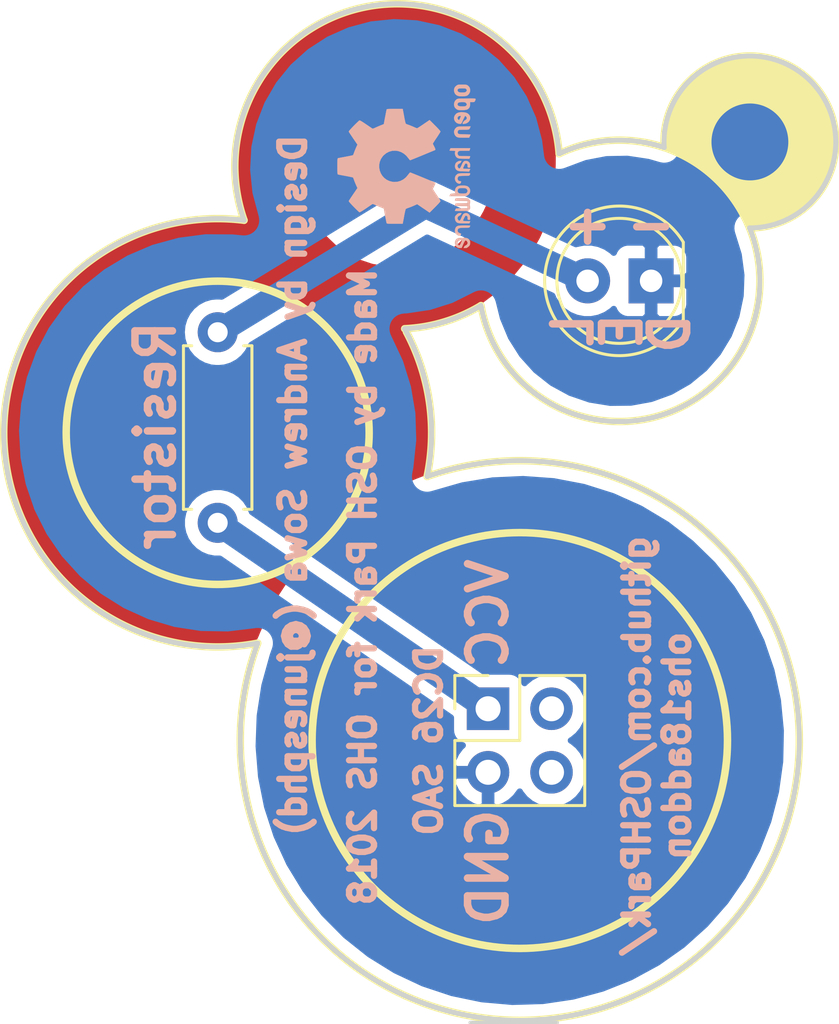
<source format=kicad_pcb>
(kicad_pcb (version 20171130) (host pcbnew 5.0.0-fee4fd1~65~ubuntu17.10.1)

  (general
    (thickness 1.6)
    (drawings 48)
    (tracks 3)
    (zones 0)
    (modules 5)
    (nets 6)
  )

  (page A4)
  (layers
    (0 F.Cu signal)
    (31 B.Cu signal hide)
    (32 B.Adhes user)
    (33 F.Adhes user)
    (34 B.Paste user hide)
    (35 F.Paste user)
    (36 B.SilkS user)
    (37 F.SilkS user)
    (38 B.Mask user)
    (39 F.Mask user hide)
    (40 Dwgs.User user hide)
    (41 Cmts.User user)
    (42 Eco1.User user)
    (43 Eco2.User user)
    (44 Edge.Cuts user)
    (45 Margin user)
    (46 B.CrtYd user)
    (47 F.CrtYd user hide)
    (48 B.Fab user)
    (49 F.Fab user hide)
  )

  (setup
    (last_trace_width 1)
    (trace_clearance 0.2)
    (zone_clearance 0.508)
    (zone_45_only yes)
    (trace_min 0.2)
    (segment_width 0.15)
    (edge_width 0.15)
    (via_size 0.8)
    (via_drill 0.4)
    (via_min_size 0.4)
    (via_min_drill 0.3)
    (uvia_size 0.3)
    (uvia_drill 0.1)
    (uvias_allowed no)
    (uvia_min_size 0.2)
    (uvia_min_drill 0.1)
    (pcb_text_width 0.3)
    (pcb_text_size 1.5 1.5)
    (mod_edge_width 0.15)
    (mod_text_size 1 1)
    (mod_text_width 0.15)
    (pad_size 3 3)
    (pad_drill 3)
    (pad_to_mask_clearance 0.2)
    (aux_axis_origin 0 0)
    (visible_elements 7FFFFF7F)
    (pcbplotparams
      (layerselection 0x010fc_ffffffff)
      (usegerberextensions false)
      (usegerberattributes false)
      (usegerberadvancedattributes false)
      (creategerberjobfile false)
      (excludeedgelayer true)
      (linewidth 0.100000)
      (plotframeref false)
      (viasonmask false)
      (mode 1)
      (useauxorigin false)
      (hpglpennumber 1)
      (hpglpenspeed 20)
      (hpglpendiameter 15.000000)
      (psnegative false)
      (psa4output false)
      (plotreference true)
      (plotvalue true)
      (plotinvisibletext false)
      (padsonsilk false)
      (subtractmaskfromsilk false)
      (outputformat 1)
      (mirror false)
      (drillshape 0)
      (scaleselection 1)
      (outputdirectory "Gerber/"))
  )

  (net 0 "")
  (net 1 "Net-(D1-Pad1)")
  (net 2 "Net-(D1-Pad2)")
  (net 3 "Net-(J1-Pad1)")
  (net 4 "Net-(J1-Pad4)")
  (net 5 "Net-(J1-Pad2)")

  (net_class Default "This is the default net class."
    (clearance 0.2)
    (trace_width 1)
    (via_dia 0.8)
    (via_drill 0.4)
    (uvia_dia 0.3)
    (uvia_drill 0.1)
    (add_net "Net-(D1-Pad1)")
    (add_net "Net-(D1-Pad2)")
    (add_net "Net-(J1-Pad1)")
    (add_net "Net-(J1-Pad2)")
    (add_net "Net-(J1-Pad4)")
  )

  (module Connector_PinHeader_2.54mm:PinHeader_2x02_P2.54mm_Vertical (layer F.Cu) (tedit 5B88D7F3) (tstamp 5B9517B4)
    (at 18.73 27.73)
    (descr "Through hole straight pin header, 2x02, 2.54mm pitch, double rows")
    (tags "Through hole pin header THT 2x02 2.54mm double row")
    (path /5B88BB8C)
    (fp_text reference J1 (at 1.27 -2.33) (layer F.SilkS) hide
      (effects (font (size 1 1) (thickness 0.15)))
    )
    (fp_text value Conn_02x02_Counter_Clockwise (at 1.27 4.87) (layer F.Fab)
      (effects (font (size 1 1) (thickness 0.15)))
    )
    (fp_line (start 0 -1.27) (end 3.81 -1.27) (layer F.Fab) (width 0.1))
    (fp_line (start 3.81 -1.27) (end 3.81 3.81) (layer F.Fab) (width 0.1))
    (fp_line (start 3.81 3.81) (end -1.27 3.81) (layer F.Fab) (width 0.1))
    (fp_line (start -1.27 3.81) (end -1.27 0) (layer F.Fab) (width 0.1))
    (fp_line (start -1.27 0) (end 0 -1.27) (layer F.Fab) (width 0.1))
    (fp_line (start -1.33 3.87) (end 3.87 3.87) (layer F.SilkS) (width 0.12))
    (fp_line (start -1.33 1.27) (end -1.33 3.87) (layer F.SilkS) (width 0.12))
    (fp_line (start 3.87 -1.33) (end 3.87 3.87) (layer F.SilkS) (width 0.12))
    (fp_line (start -1.33 1.27) (end 1.27 1.27) (layer F.SilkS) (width 0.12))
    (fp_line (start 1.27 1.27) (end 1.27 -1.33) (layer F.SilkS) (width 0.12))
    (fp_line (start 1.27 -1.33) (end 3.87 -1.33) (layer F.SilkS) (width 0.12))
    (fp_line (start -1.33 0) (end -1.33 -1.33) (layer F.SilkS) (width 0.12))
    (fp_line (start -1.33 -1.33) (end 0 -1.33) (layer F.SilkS) (width 0.12))
    (fp_line (start -1.8 -1.8) (end -1.8 4.35) (layer F.CrtYd) (width 0.05))
    (fp_line (start -1.8 4.35) (end 4.35 4.35) (layer F.CrtYd) (width 0.05))
    (fp_line (start 4.35 4.35) (end 4.35 -1.8) (layer F.CrtYd) (width 0.05))
    (fp_line (start 4.35 -1.8) (end -1.8 -1.8) (layer F.CrtYd) (width 0.05))
    (fp_text user %R (at 1.27 1.27 90) (layer F.Fab)
      (effects (font (size 1 1) (thickness 0.15)))
    )
    (pad 1 thru_hole rect (at 0 0) (size 1.7 1.7) (drill 1) (layers *.Cu *.Mask)
      (net 3 "Net-(J1-Pad1)"))
    (pad 2 thru_hole oval (at 2.54 0) (size 1.7 1.7) (drill 1) (layers *.Cu *.Mask)
      (net 5 "Net-(J1-Pad2)"))
    (pad 3 thru_hole oval (at 0 2.54) (size 1.7 1.7) (drill 1) (layers *.Cu *.Mask)
      (net 1 "Net-(D1-Pad1)"))
    (pad 4 thru_hole oval (at 2.54 2.54) (size 1.7 1.7) (drill 1) (layers *.Cu *.Mask)
      (net 4 "Net-(J1-Pad4)"))
    (model ${KISYS3DMOD}/Connector_PinHeader_2.54mm.3dshapes/PinHeader_2x02_P2.54mm_Vertical.wrl
      (at (xyz 0 0 0))
      (scale (xyz 1 1 1))
      (rotate (xyz 0 0 0))
    )
  )

  (module LED_THT:LED_D5.0mm_Clear (layer F.Cu) (tedit 5B88CB70) (tstamp 5B9505DF)
    (at 25.255115 10.622036 180)
    (descr "LED, diameter 5.0mm, 2 pins, http://cdn-reichelt.de/documents/datenblatt/A500/LL-504BC2E-009.pdf")
    (tags "LED diameter 5.0mm 2 pins")
    (path /5B88BC73)
    (fp_text reference D1 (at 1.27 -3.96 180) (layer F.SilkS) hide
      (effects (font (size 1 1) (thickness 0.15)))
    )
    (fp_text value LED (at 1.27 3.96 180) (layer F.Fab)
      (effects (font (size 1 1) (thickness 0.15)))
    )
    (fp_text user %R (at 1.25 0 180) (layer F.Fab)
      (effects (font (size 0.8 0.8) (thickness 0.2)))
    )
    (fp_line (start -1.23 -1.469694) (end -1.23 1.469694) (layer F.Fab) (width 0.1))
    (fp_line (start -1.29 -1.545) (end -1.29 1.545) (layer F.SilkS) (width 0.12))
    (fp_line (start -1.95 -3.25) (end -1.95 3.25) (layer F.CrtYd) (width 0.05))
    (fp_line (start -1.95 3.25) (end 4.5 3.25) (layer F.CrtYd) (width 0.05))
    (fp_line (start 4.5 3.25) (end 4.5 -3.25) (layer F.CrtYd) (width 0.05))
    (fp_line (start 4.5 -3.25) (end -1.95 -3.25) (layer F.CrtYd) (width 0.05))
    (fp_circle (center 1.27 0) (end 3.77 0) (layer F.Fab) (width 0.1))
    (fp_circle (center 1.27 0) (end 3.77 0) (layer F.SilkS) (width 0.12))
    (fp_arc (start 1.27 0) (end -1.23 -1.469694) (angle 299.1) (layer F.Fab) (width 0.1))
    (fp_arc (start 1.27 0) (end -1.29 -1.54483) (angle 148.9) (layer F.SilkS) (width 0.12))
    (fp_arc (start 1.27 0) (end -1.29 1.54483) (angle -148.9) (layer F.SilkS) (width 0.12))
    (pad 1 thru_hole rect (at 0 0 180) (size 1.8 1.8) (drill 0.9) (layers *.Cu *.Mask)
      (net 1 "Net-(D1-Pad1)"))
    (pad 2 thru_hole circle (at 2.54 0 180) (size 1.8 1.8) (drill 0.9) (layers *.Cu *.Mask)
      (net 2 "Net-(D1-Pad2)"))
    (model ${KISYS3DMOD}/LED_THT.3dshapes/LED_D5.0mm_Clear.wrl
      (at (xyz 0 0 0))
      (scale (xyz 1 1 1))
      (rotate (xyz 0 0 0))
    )
  )

  (module Resistor_THT:R_Axial_DIN0207_L6.3mm_D2.5mm_P7.62mm_Horizontal (layer F.Cu) (tedit 5B88CBE3) (tstamp 5B950FAF)
    (at 7.909315 20.29643 90)
    (descr "Resistor, Axial_DIN0207 series, Axial, Horizontal, pin pitch=7.62mm, 0.25W = 1/4W, length*diameter=6.3*2.5mm^2, http://cdn-reichelt.de/documents/datenblatt/B400/1_4W%23YAG.pdf")
    (tags "Resistor Axial_DIN0207 series Axial Horizontal pin pitch 7.62mm 0.25W = 1/4W length 6.3mm diameter 2.5mm")
    (path /5B88BD73)
    (fp_text reference R1 (at 3.81 -2.37 90) (layer F.SilkS) hide
      (effects (font (size 1 1) (thickness 0.15)))
    )
    (fp_text value R (at 3.81 2.37 90) (layer F.Fab)
      (effects (font (size 1 1) (thickness 0.15)))
    )
    (fp_line (start 0.66 -1.25) (end 0.66 1.25) (layer F.Fab) (width 0.1))
    (fp_line (start 0.66 1.25) (end 6.96 1.25) (layer F.Fab) (width 0.1))
    (fp_line (start 6.96 1.25) (end 6.96 -1.25) (layer F.Fab) (width 0.1))
    (fp_line (start 6.96 -1.25) (end 0.66 -1.25) (layer F.Fab) (width 0.1))
    (fp_line (start 0 0) (end 0.66 0) (layer F.Fab) (width 0.1))
    (fp_line (start 7.62 0) (end 6.96 0) (layer F.Fab) (width 0.1))
    (fp_line (start 0.54 -1.04) (end 0.54 -1.37) (layer F.SilkS) (width 0.12))
    (fp_line (start 0.54 -1.37) (end 7.08 -1.37) (layer F.SilkS) (width 0.12))
    (fp_line (start 7.08 -1.37) (end 7.08 -1.04) (layer F.SilkS) (width 0.12))
    (fp_line (start 0.54 1.04) (end 0.54 1.37) (layer F.SilkS) (width 0.12))
    (fp_line (start 0.54 1.37) (end 7.08 1.37) (layer F.SilkS) (width 0.12))
    (fp_line (start 7.08 1.37) (end 7.08 1.04) (layer F.SilkS) (width 0.12))
    (fp_line (start -1.05 -1.5) (end -1.05 1.5) (layer F.CrtYd) (width 0.05))
    (fp_line (start -1.05 1.5) (end 8.67 1.5) (layer F.CrtYd) (width 0.05))
    (fp_line (start 8.67 1.5) (end 8.67 -1.5) (layer F.CrtYd) (width 0.05))
    (fp_line (start 8.67 -1.5) (end -1.05 -1.5) (layer F.CrtYd) (width 0.05))
    (fp_text user %R (at 3.81 0 90) (layer F.Fab)
      (effects (font (size 1 1) (thickness 0.15)))
    )
    (pad 1 thru_hole circle (at 0 0 90) (size 1.6 1.6) (drill 0.8) (layers *.Cu *.Mask)
      (net 3 "Net-(J1-Pad1)"))
    (pad 2 thru_hole oval (at 7.62 0 90) (size 1.6 1.6) (drill 0.8) (layers *.Cu *.Mask)
      (net 2 "Net-(D1-Pad2)"))
    (model ${KISYS3DMOD}/Resistor_THT.3dshapes/R_Axial_DIN0207_L6.3mm_D2.5mm_P7.62mm_Horizontal.wrl
      (at (xyz 0 0 0))
      (scale (xyz 1 1 1))
      (rotate (xyz 0 0 0))
    )
  )

  (module Connector_Pin:ART_OSHWA_CIRCLES (layer F.Cu) (tedit 0) (tstamp 5BA111FE)
    (at 15.98 19.77)
    (fp_text reference G*** (at 0 0) (layer F.SilkS) hide
      (effects (font (size 1.524 1.524) (thickness 0.3)))
    )
    (fp_text value ART_OSHWA_CIRCLES (at 0.75 0) (layer F.SilkS) hide
      (effects (font (size 1.524 1.524) (thickness 0.3)))
    )
    (fp_poly (pts (xy 13.887129 -18.122675) (xy 14.012333 -18.095658) (xy 14.278091 -18.012672) (xy 14.576088 -17.886275)
      (xy 14.877018 -17.731198) (xy 15.15157 -17.562171) (xy 15.31605 -17.440439) (xy 15.658234 -17.113646)
      (xy 15.964755 -16.728078) (xy 16.223411 -16.303408) (xy 16.422001 -15.859308) (xy 16.536333 -15.472834)
      (xy 16.586759 -15.148818) (xy 16.609238 -14.782629) (xy 16.603763 -14.408144) (xy 16.570329 -14.059239)
      (xy 16.536598 -13.875175) (xy 16.377602 -13.355432) (xy 16.149116 -12.876259) (xy 15.856787 -12.443561)
      (xy 15.506261 -12.063244) (xy 15.103184 -11.741213) (xy 14.653203 -11.483373) (xy 14.161965 -11.29563)
      (xy 14.037311 -11.26134) (xy 13.843187 -11.219338) (xy 13.64647 -11.188872) (xy 13.48741 -11.176077)
      (xy 13.477571 -11.176) (xy 13.252686 -11.176) (xy 13.157527 -11.39825) (xy 12.874196 -11.965893)
      (xy 12.526091 -12.504749) (xy 12.12228 -13.005824) (xy 11.671829 -13.460124) (xy 11.183806 -13.858656)
      (xy 10.667277 -14.192425) (xy 10.13131 -14.452438) (xy 10.043974 -14.48674) (xy 9.694333 -14.619552)
      (xy 9.694333 -14.650659) (xy 11.497358 -14.650659) (xy 11.52501 -14.310208) (xy 11.61507 -13.983116)
      (xy 11.765526 -13.679677) (xy 11.974367 -13.410187) (xy 12.239581 -13.184941) (xy 12.559156 -13.014233)
      (xy 12.628026 -12.988038) (xy 12.885913 -12.929982) (xy 13.180866 -12.917569) (xy 13.47974 -12.949124)
      (xy 13.749392 -13.02297) (xy 13.808081 -13.047717) (xy 14.121317 -13.235564) (xy 14.381112 -13.479963)
      (xy 14.583979 -13.769111) (xy 14.726435 -14.091203) (xy 14.804994 -14.434434) (xy 14.816171 -14.786999)
      (xy 14.75648 -15.137094) (xy 14.622437 -15.472914) (xy 14.55719 -15.585085) (xy 14.370484 -15.826175)
      (xy 14.136157 -16.049363) (xy 13.883063 -16.228886) (xy 13.767564 -16.290046) (xy 13.630997 -16.347442)
      (xy 13.504988 -16.381538) (xy 13.358584 -16.397902) (xy 13.160831 -16.402099) (xy 13.1445 -16.402081)
      (xy 12.944369 -16.397951) (xy 12.798195 -16.382653) (xy 12.67544 -16.350417) (xy 12.545564 -16.295474)
      (xy 12.523037 -16.284653) (xy 12.366188 -16.191993) (xy 12.19274 -16.064595) (xy 12.05108 -15.940154)
      (xy 11.808976 -15.649217) (xy 11.63733 -15.330458) (xy 11.534128 -14.994174) (xy 11.497358 -14.650659)
      (xy 9.694333 -14.650659) (xy 9.694333 -14.841386) (xy 9.726908 -15.229078) (xy 9.820154 -15.645326)
      (xy 9.967355 -16.06743) (xy 10.161793 -16.472688) (xy 10.193712 -16.529056) (xy 10.307934 -16.694582)
      (xy 10.472987 -16.892609) (xy 10.671353 -17.105669) (xy 10.885512 -17.316295) (xy 11.097946 -17.50702)
      (xy 11.291137 -17.660375) (xy 11.40261 -17.73442) (xy 11.848421 -17.949493) (xy 12.334319 -18.097868)
      (xy 12.845763 -18.177531) (xy 13.368213 -18.186471) (xy 13.887129 -18.122675)) (layer F.SilkS) (width 0.01))
    (fp_poly (pts (xy -0.697929 -20.26809) (xy -0.350691 -20.255278) (xy -0.029231 -20.233479) (xy 0.245718 -20.203125)
      (xy 0.422524 -20.172019) (xy 1.118503 -19.973534) (xy 1.782369 -19.70099) (xy 2.408703 -19.35944)
      (xy 2.992086 -18.953939) (xy 3.5271 -18.489544) (xy 4.008327 -17.971309) (xy 4.430347 -17.40429)
      (xy 4.787743 -16.793541) (xy 5.075096 -16.144118) (xy 5.225356 -15.691211) (xy 5.31092 -15.375233)
      (xy 5.374379 -15.087404) (xy 5.417994 -14.806882) (xy 5.444026 -14.512824) (xy 5.454735 -14.184386)
      (xy 5.452382 -13.800727) (xy 5.448476 -13.634031) (xy 5.421997 -13.084366) (xy 5.371378 -12.598113)
      (xy 5.292263 -12.156361) (xy 5.180296 -11.7402) (xy 5.031121 -11.330719) (xy 4.840382 -10.909009)
      (xy 4.803808 -10.835336) (xy 4.523599 -10.342305) (xy 4.183998 -9.852442) (xy 3.801201 -9.385266)
      (xy 3.391405 -8.960298) (xy 2.970807 -8.597059) (xy 2.90523 -8.547194) (xy 2.74646 -8.428218)
      (xy 2.602264 -8.319182) (xy 2.493445 -8.235865) (xy 2.455333 -8.206017) (xy 2.332136 -8.12369)
      (xy 2.149587 -8.021909) (xy 1.927803 -7.910424) (xy 1.686903 -7.798984) (xy 1.447005 -7.697339)
      (xy 1.256809 -7.625183) (xy 0.892864 -7.513542) (xy 0.483007 -7.41576) (xy 0.065809 -7.34015)
      (xy -0.245445 -7.301388) (xy -0.392251 -7.284028) (xy -0.496934 -7.264793) (xy -0.539899 -7.247431)
      (xy -0.53974 -7.245084) (xy -0.192908 -6.514564) (xy 0.085422 -5.745886) (xy 0.293425 -4.950129)
      (xy 0.429279 -4.138373) (xy 0.491159 -3.321695) (xy 0.477243 -2.511176) (xy 0.385705 -1.717893)
      (xy 0.377745 -1.671317) (xy 0.332451 -1.411222) (xy -0.140691 -1.230147) (xy -0.68841 -0.998798)
      (xy -1.255676 -0.719445) (xy -1.81896 -0.405509) (xy -2.354733 -0.07041) (xy -2.839466 0.272431)
      (xy -3.013168 0.408222) (xy -3.151496 0.518344) (xy -3.261474 0.602936) (xy -3.329309 0.651566)
      (xy -3.344334 0.658668) (xy -3.321941 0.618759) (xy -3.261781 0.525429) (xy -3.174387 0.394799)
      (xy -3.116741 0.310291) (xy -2.79289 -0.223069) (xy -2.534544 -0.788101) (xy -2.336092 -1.398436)
      (xy -2.235664 -1.830373) (xy -2.181644 -2.185626) (xy -2.147996 -2.593033) (xy -2.134689 -3.027554)
      (xy -2.141689 -3.464148) (xy -2.168964 -3.877772) (xy -2.216482 -4.243387) (xy -2.238942 -4.360334)
      (xy -2.424197 -5.045863) (xy -2.678689 -5.685056) (xy -3.00505 -6.282573) (xy -3.405913 -6.843078)
      (xy -3.883911 -7.371232) (xy -4.005833 -7.489374) (xy -4.551284 -7.955107) (xy -5.119561 -8.340094)
      (xy -5.71445 -8.645834) (xy -6.339737 -8.873827) (xy -6.999206 -9.02557) (xy -7.696644 -9.102565)
      (xy -8.106834 -9.113589) (xy -8.823917 -9.078184) (xy -9.49571 -8.972484) (xy -10.12655 -8.794794)
      (xy -10.720773 -8.543415) (xy -11.282718 -8.21665) (xy -11.81672 -7.812803) (xy -12.11104 -7.546721)
      (xy -12.601905 -7.028095) (xy -13.012828 -6.490076) (xy -13.34732 -5.927553) (xy -13.582854 -5.404033)
      (xy -13.794471 -4.748397) (xy -13.932942 -4.071159) (xy -13.998662 -3.382783) (xy -13.992024 -2.693733)
      (xy -13.913425 -2.014473) (xy -13.763259 -1.355466) (xy -13.541921 -0.727178) (xy -13.394249 -0.406951)
      (xy -13.2105 -0.066689) (xy -13.013857 0.242562) (xy -12.789463 0.540712) (xy -12.522462 0.847668)
      (xy -12.235548 1.145812) (xy -11.811172 1.544629) (xy -11.399209 1.874614) (xy -10.98445 2.146971)
      (xy -10.600301 2.350135) (xy -9.977221 2.599808) (xy -9.320523 2.775947) (xy -8.64017 2.877605)
      (xy -7.946127 2.903838) (xy -7.248359 2.853698) (xy -6.580278 2.731887) (xy -6.014592 2.568227)
      (xy -5.488887 2.353474) (xy -4.977768 2.076264) (xy -4.669786 1.876772) (xy -4.532626 1.783484)
      (xy -4.456902 1.735615) (xy -4.434264 1.730647) (xy -4.456362 1.766059) (xy -4.504867 1.826998)
      (xy -5.096805 2.607475) (xy -5.60677 3.384789) (xy -6.037159 4.162882) (xy -6.37103 4.897839)
      (xy -6.433811 5.053551) (xy -6.485011 5.16508) (xy -6.539631 5.241168) (xy -6.612671 5.290558)
      (xy -6.719132 5.321993) (xy -6.874014 5.344216) (xy -7.092317 5.365968) (xy -7.190569 5.375491)
      (xy -7.413299 5.392165) (xy -7.678365 5.403882) (xy -7.962096 5.410402) (xy -8.240823 5.411486)
      (xy -8.490877 5.406894) (xy -8.688587 5.396387) (xy -8.741834 5.391175) (xy -8.840226 5.379724)
      (xy -8.995753 5.361643) (xy -9.181451 5.340068) (xy -9.266634 5.330175) (xy -10.017536 5.201983)
      (xy -10.766687 4.994607) (xy -11.503985 4.713114) (xy -12.219325 4.362576) (xy -12.902605 3.948059)
      (xy -13.543723 3.474634) (xy -14.132576 2.94737) (xy -14.248234 2.830706) (xy -14.80635 2.196432)
      (xy -15.2923 1.519569) (xy -15.704675 0.804022) (xy -16.042067 0.053698) (xy -16.303067 -0.727499)
      (xy -16.486268 -1.535662) (xy -16.59026 -2.366887) (xy -16.613636 -3.217267) (xy -16.59304 -3.671805)
      (xy -16.493339 -4.521127) (xy -16.317595 -5.3416) (xy -16.06915 -6.129341) (xy -15.751345 -6.880468)
      (xy -15.367523 -7.591099) (xy -14.921025 -8.257352) (xy -14.415193 -8.875345) (xy -13.85337 -9.441196)
      (xy -13.238897 -9.951023) (xy -12.575116 -10.400942) (xy -11.86537 -10.787074) (xy -11.112999 -11.105534)
      (xy -10.321347 -11.352441) (xy -9.896215 -11.451073) (xy -9.359009 -11.542036) (xy -8.7942 -11.602702)
      (xy -8.233068 -11.630877) (xy -7.706893 -11.62437) (xy -7.5565 -11.615024) (xy -7.350538 -11.600176)
      (xy -7.177473 -11.589104) (xy -7.05348 -11.58274) (xy -6.994732 -11.582014) (xy -6.992311 -11.582569)
      (xy -6.99647 -11.624506) (xy -7.019743 -11.727903) (xy -7.057528 -11.872939) (xy -7.070967 -11.921465)
      (xy -7.227462 -12.627154) (xy -7.306936 -13.345022) (xy -7.307921 -13.531157) (xy -4.770738 -13.531157)
      (xy -4.71238 -12.974603) (xy -4.581554 -12.431022) (xy -4.378035 -11.910208) (xy -4.101597 -11.421957)
      (xy -4.092795 -11.408834) (xy -3.738105 -10.954222) (xy -3.33402 -10.565825) (xy -2.886426 -10.246356)
      (xy -2.40121 -9.998526) (xy -1.884258 -9.825046) (xy -1.341458 -9.728627) (xy -0.778695 -9.711982)
      (xy -0.464557 -9.737601) (xy 0.083056 -9.845339) (xy 0.604367 -10.030532) (xy 1.092497 -10.288225)
      (xy 1.540565 -10.613465) (xy 1.941691 -11.001296) (xy 2.288993 -11.446765) (xy 2.561764 -11.916721)
      (xy 2.689689 -12.189149) (xy 2.785792 -12.433363) (xy 2.854274 -12.669738) (xy 2.899335 -12.918647)
      (xy 2.925175 -13.200464) (xy 2.935995 -13.53556) (xy 2.93708 -13.737167) (xy 2.935999 -14.016341)
      (xy 2.932044 -14.229023) (xy 2.923364 -14.393386) (xy 2.908105 -14.527598) (xy 2.884414 -14.64983)
      (xy 2.850438 -14.778252) (xy 2.820766 -14.877558) (xy 2.622236 -15.397755) (xy 2.357243 -15.889063)
      (xy 2.034046 -16.342568) (xy 1.660905 -16.749359) (xy 1.246078 -17.10052) (xy 0.797826 -17.387141)
      (xy 0.324408 -17.600306) (xy 0.284873 -17.614202) (xy -0.248262 -17.754259) (xy -0.791405 -17.813628)
      (xy -1.33454 -17.792701) (xy -1.867649 -17.691875) (xy -2.380714 -17.511542) (xy -2.386325 -17.509066)
      (xy -2.713821 -17.333819) (xy -3.055825 -17.096272) (xy -3.393753 -16.812057) (xy -3.709021 -16.496807)
      (xy -3.983045 -16.166153) (xy -3.983388 -16.165691) (xy -4.283992 -15.691198) (xy -4.513254 -15.180704)
      (xy -4.67095 -14.644002) (xy -4.756853 -14.090888) (xy -4.770738 -13.531157) (xy -7.307921 -13.531157)
      (xy -7.310753 -14.066013) (xy -7.240278 -14.781071) (xy -7.096874 -15.48114) (xy -6.881908 -16.157165)
      (xy -6.596743 -16.800089) (xy -6.246103 -17.395857) (xy -5.789243 -18.006306) (xy -5.284668 -18.548985)
      (xy -4.73508 -19.022125) (xy -4.143182 -19.423956) (xy -3.511679 -19.752709) (xy -2.843272 -20.006615)
      (xy -2.140665 -20.183905) (xy -1.930047 -20.22087) (xy -1.687006 -20.248307) (xy -1.386818 -20.265035)
      (xy -1.050215 -20.271486) (xy -0.697929 -20.26809)) (layer F.Cu) (width 0.01))
    (fp_poly (pts (xy 13.887129 -18.122675) (xy 14.012333 -18.095658) (xy 14.278091 -18.012672) (xy 14.576088 -17.886275)
      (xy 14.877018 -17.731198) (xy 15.15157 -17.562171) (xy 15.31605 -17.440439) (xy 15.658234 -17.113646)
      (xy 15.964755 -16.728078) (xy 16.223411 -16.303408) (xy 16.422001 -15.859308) (xy 16.536333 -15.472834)
      (xy 16.586759 -15.148818) (xy 16.609238 -14.782629) (xy 16.603763 -14.408144) (xy 16.570329 -14.059239)
      (xy 16.536598 -13.875175) (xy 16.377602 -13.355432) (xy 16.149116 -12.876259) (xy 15.856787 -12.443561)
      (xy 15.506261 -12.063244) (xy 15.103184 -11.741213) (xy 14.653203 -11.483373) (xy 14.161965 -11.29563)
      (xy 14.037311 -11.26134) (xy 13.843187 -11.219338) (xy 13.64647 -11.188872) (xy 13.48741 -11.176077)
      (xy 13.477571 -11.176) (xy 13.252686 -11.176) (xy 13.157527 -11.39825) (xy 12.874196 -11.965893)
      (xy 12.526091 -12.504749) (xy 12.12228 -13.005824) (xy 11.671829 -13.460124) (xy 11.183806 -13.858656)
      (xy 10.667277 -14.192425) (xy 10.13131 -14.452438) (xy 10.043974 -14.48674) (xy 9.694333 -14.619552)
      (xy 9.694333 -14.650659) (xy 11.497358 -14.650659) (xy 11.52501 -14.310208) (xy 11.61507 -13.983116)
      (xy 11.765526 -13.679677) (xy 11.974367 -13.410187) (xy 12.239581 -13.184941) (xy 12.559156 -13.014233)
      (xy 12.628026 -12.988038) (xy 12.885913 -12.929982) (xy 13.180866 -12.917569) (xy 13.47974 -12.949124)
      (xy 13.749392 -13.02297) (xy 13.808081 -13.047717) (xy 14.121317 -13.235564) (xy 14.381112 -13.479963)
      (xy 14.583979 -13.769111) (xy 14.726435 -14.091203) (xy 14.804994 -14.434434) (xy 14.816171 -14.786999)
      (xy 14.75648 -15.137094) (xy 14.622437 -15.472914) (xy 14.55719 -15.585085) (xy 14.370484 -15.826175)
      (xy 14.136157 -16.049363) (xy 13.883063 -16.228886) (xy 13.767564 -16.290046) (xy 13.630997 -16.347442)
      (xy 13.504988 -16.381538) (xy 13.358584 -16.397902) (xy 13.160831 -16.402099) (xy 13.1445 -16.402081)
      (xy 12.944369 -16.397951) (xy 12.798195 -16.382653) (xy 12.67544 -16.350417) (xy 12.545564 -16.295474)
      (xy 12.523037 -16.284653) (xy 12.366188 -16.191993) (xy 12.19274 -16.064595) (xy 12.05108 -15.940154)
      (xy 11.808976 -15.649217) (xy 11.63733 -15.330458) (xy 11.534128 -14.994174) (xy 11.497358 -14.650659)
      (xy 9.694333 -14.650659) (xy 9.694333 -14.841386) (xy 9.726908 -15.229078) (xy 9.820154 -15.645326)
      (xy 9.967355 -16.06743) (xy 10.161793 -16.472688) (xy 10.193712 -16.529056) (xy 10.307934 -16.694582)
      (xy 10.472987 -16.892609) (xy 10.671353 -17.105669) (xy 10.885512 -17.316295) (xy 11.097946 -17.50702)
      (xy 11.291137 -17.660375) (xy 11.40261 -17.73442) (xy 11.848421 -17.949493) (xy 12.334319 -18.097868)
      (xy 12.845763 -18.177531) (xy 13.368213 -18.186471) (xy 13.887129 -18.122675)) (layer F.Cu) (width 0.01))
    (fp_poly (pts (xy -0.671205 -20.273567) (xy -0.325188 -20.260966) (xy -0.020897 -20.2375) (xy 0.149429 -20.215326)
      (xy 0.851967 -20.059339) (xy 1.524192 -19.825353) (xy 2.162595 -19.515683) (xy 2.763667 -19.13264)
      (xy 3.323901 -18.678538) (xy 3.839788 -18.155691) (xy 4.30782 -17.56641) (xy 4.425769 -17.395857)
      (xy 4.759055 -16.834172) (xy 5.036119 -16.231568) (xy 5.250285 -15.606444) (xy 5.394875 -14.977198)
      (xy 5.447964 -14.57923) (xy 5.472126 -14.320627) (xy 5.827635 -14.465566) (xy 6.404468 -14.66092)
      (xy 7.018334 -14.795828) (xy 7.650275 -14.868705) (xy 8.281332 -14.877963) (xy 8.892546 -14.822016)
      (xy 9.258269 -14.752719) (xy 9.466315 -14.694117) (xy 9.722043 -14.606652) (xy 9.998282 -14.501025)
      (xy 10.267861 -14.387938) (xy 10.503609 -14.278094) (xy 10.62262 -14.215324) (xy 11.199081 -13.843326)
      (xy 11.725612 -13.409777) (xy 12.197301 -12.921754) (xy 12.609237 -12.386334) (xy 12.956508 -11.810593)
      (xy 13.234203 -11.201606) (xy 13.437409 -10.56645) (xy 13.549784 -9.99809) (xy 13.570702 -9.774605)
      (xy 13.580996 -9.492992) (xy 13.581378 -9.175517) (xy 13.57256 -8.844446) (xy 13.555253 -8.522046)
      (xy 13.53017 -8.230583) (xy 13.498022 -7.992323) (xy 13.483219 -7.916334) (xy 13.301448 -7.262357)
      (xy 13.053319 -6.65546) (xy 12.734317 -6.087258) (xy 12.339921 -5.549366) (xy 12.006813 -5.176223)
      (xy 11.532071 -4.725497) (xy 11.046317 -4.35274) (xy 10.538023 -4.051252) (xy 9.995664 -3.814338)
      (xy 9.407713 -3.6353) (xy 9.3174 -3.613609) (xy 9.043862 -3.563852) (xy 8.711769 -3.52503)
      (xy 8.346664 -3.498295) (xy 7.974093 -3.484803) (xy 7.619599 -3.485706) (xy 7.308727 -3.502158)
      (xy 7.1755 -3.516868) (xy 6.814944 -3.582673) (xy 6.422742 -3.681532) (xy 6.039307 -3.802162)
      (xy 5.741832 -3.917106) (xy 5.175675 -4.205979) (xy 4.642665 -4.565165) (xy 4.14992 -4.986048)
      (xy 3.70456 -5.460013) (xy 3.313702 -5.978446) (xy 2.984467 -6.53273) (xy 2.723972 -7.114251)
      (xy 2.539337 -7.714394) (xy 2.515049 -7.822133) (xy 2.478692 -7.979167) (xy 2.445859 -8.096759)
      (xy 2.421897 -8.156622) (xy 2.416148 -8.160392) (xy 2.370436 -8.137095) (xy 2.266647 -8.083917)
      (xy 2.122001 -8.009688) (xy 2.010833 -7.952588) (xy 1.379827 -7.674231) (xy 0.71174 -7.466012)
      (xy 0.023366 -7.332752) (xy -0.257215 -7.301223) (xy -0.577929 -7.272768) (xy -0.753186 -7.567769)
      (xy -1.128801 -8.131315) (xy -1.575224 -8.682991) (xy -1.955614 -9.0805) (xy 4.734002 -9.0805)
      (xy 4.771686 -8.533445) (xy 4.882627 -8.027595) (xy 5.068718 -7.558596) (xy 5.331853 -7.122091)
      (xy 5.673927 -6.713724) (xy 5.829728 -6.560599) (xy 6.221694 -6.242848) (xy 6.635806 -6.003846)
      (xy 7.078557 -5.841272) (xy 7.556437 -5.752801) (xy 8.075936 -5.736113) (xy 8.128 -5.738191)
      (xy 8.352423 -5.756875) (xy 8.58978 -5.790061) (xy 8.796879 -5.83141) (xy 8.840412 -5.842709)
      (xy 9.31803 -6.018096) (xy 9.758893 -6.26532) (xy 10.156315 -6.577069) (xy 10.503606 -6.946032)
      (xy 10.794081 -7.364898) (xy 11.02105 -7.826356) (xy 11.177826 -8.323093) (xy 11.199267 -8.421552)
      (xy 11.236317 -8.692493) (xy 11.251956 -9.010865) (xy 11.246986 -9.347175) (xy 11.222206 -9.671928)
      (xy 11.178419 -9.955633) (xy 11.154906 -10.054167) (xy 10.989008 -10.512818) (xy 10.751797 -10.952338)
      (xy 10.453611 -11.361479) (xy 10.104792 -11.728995) (xy 9.715676 -12.043637) (xy 9.296604 -12.294157)
      (xy 8.967678 -12.433615) (xy 8.68959 -12.505967) (xy 8.359872 -12.55241) (xy 8.007943 -12.571522)
      (xy 7.663224 -12.56188) (xy 7.355132 -12.522061) (xy 7.314617 -12.513558) (xy 6.865516 -12.371604)
      (xy 6.432834 -12.152702) (xy 6.026813 -11.864345) (xy 5.657695 -11.514027) (xy 5.335721 -11.10924)
      (xy 5.279066 -11.024235) (xy 5.049446 -10.619635) (xy 4.886359 -10.211766) (xy 4.784387 -9.7813)
      (xy 4.73811 -9.308911) (xy 4.734002 -9.0805) (xy -1.955614 -9.0805) (xy -2.078619 -9.20904)
      (xy -2.625146 -9.695706) (xy -3.20097 -10.129233) (xy -3.568063 -10.366168) (xy -4.226321 -10.725848)
      (xy -4.912821 -11.0247) (xy -5.639987 -11.267182) (xy -6.420245 -11.457749) (xy -6.820444 -11.532629)
      (xy -6.973387 -11.558658) (xy -7.082058 -11.970579) (xy -7.234811 -12.703857) (xy -7.308929 -13.439989)
      (xy -7.308505 -13.531157) (xy -4.770738 -13.531157) (xy -4.71238 -12.974603) (xy -4.581554 -12.431022)
      (xy -4.378035 -11.910208) (xy -4.101597 -11.421957) (xy -4.092795 -11.408834) (xy -3.738105 -10.954222)
      (xy -3.33402 -10.565825) (xy -2.886426 -10.246356) (xy -2.40121 -9.998526) (xy -1.884258 -9.825046)
      (xy -1.341458 -9.728627) (xy -0.778695 -9.711982) (xy -0.464557 -9.737601) (xy 0.083056 -9.845339)
      (xy 0.604367 -10.030532) (xy 1.092497 -10.288225) (xy 1.540565 -10.613465) (xy 1.941691 -11.001296)
      (xy 2.288993 -11.446765) (xy 2.561764 -11.916721) (xy 2.689689 -12.189149) (xy 2.785792 -12.433363)
      (xy 2.854274 -12.669738) (xy 2.899335 -12.918647) (xy 2.925175 -13.200464) (xy 2.935995 -13.53556)
      (xy 2.93708 -13.737167) (xy 2.935999 -14.016341) (xy 2.932044 -14.229023) (xy 2.923364 -14.393386)
      (xy 2.908105 -14.527598) (xy 2.884414 -14.64983) (xy 2.850438 -14.778252) (xy 2.820766 -14.877558)
      (xy 2.622236 -15.397755) (xy 2.357243 -15.889063) (xy 2.034046 -16.342568) (xy 1.660905 -16.749359)
      (xy 1.246078 -17.10052) (xy 0.797826 -17.387141) (xy 0.324408 -17.600306) (xy 0.284873 -17.614202)
      (xy -0.248262 -17.754259) (xy -0.791405 -17.813628) (xy -1.33454 -17.792701) (xy -1.867649 -17.691875)
      (xy -2.380714 -17.511542) (xy -2.386325 -17.509066) (xy -2.713821 -17.333819) (xy -3.055825 -17.096272)
      (xy -3.393753 -16.812057) (xy -3.709021 -16.496807) (xy -3.983045 -16.166153) (xy -3.983388 -16.165691)
      (xy -4.283992 -15.691198) (xy -4.513254 -15.180704) (xy -4.67095 -14.644002) (xy -4.756853 -14.090888)
      (xy -4.770738 -13.531157) (xy -7.308505 -13.531157) (xy -7.305518 -14.171797) (xy -7.225684 -14.892099)
      (xy -7.070534 -15.593717) (xy -6.841173 -16.26947) (xy -6.538708 -16.912179) (xy -6.246103 -17.395857)
      (xy -5.791214 -18.003382) (xy -5.287784 -18.544756) (xy -4.739199 -19.017749) (xy -4.148841 -19.420129)
      (xy -3.520095 -19.749665) (xy -2.856343 -20.004127) (xy -2.16097 -20.181284) (xy -1.969763 -20.215326)
      (xy -1.708227 -20.246183) (xy -1.387863 -20.266176) (xy -1.03381 -20.275304) (xy -0.671205 -20.273567)) (layer F.Mask) (width 0.01))
  )

  (module Symbol:OSHW-Logo2_7.3x6mm_SilkScreen (layer B.Cu) (tedit 0) (tstamp 5BA11640)
    (at 15.46 6.043297 270)
    (descr "Open Source Hardware Symbol")
    (tags "Logo Symbol OSHW")
    (attr virtual)
    (fp_text reference REF** (at 0 0 270) (layer B.SilkS) hide
      (effects (font (size 1 1) (thickness 0.15)) (justify mirror))
    )
    (fp_text value OSHW-Logo2_7.3x6mm_SilkScreen (at 0.75 0 270) (layer B.Fab) hide
      (effects (font (size 1 1) (thickness 0.15)) (justify mirror))
    )
    (fp_poly (pts (xy 0.10391 2.757652) (xy 0.182454 2.757222) (xy 0.239298 2.756058) (xy 0.278105 2.753793)
      (xy 0.302538 2.75006) (xy 0.316262 2.744494) (xy 0.32294 2.736727) (xy 0.326236 2.726395)
      (xy 0.326556 2.725057) (xy 0.331562 2.700921) (xy 0.340829 2.653299) (xy 0.353392 2.587259)
      (xy 0.368287 2.507872) (xy 0.384551 2.420204) (xy 0.385119 2.417125) (xy 0.40141 2.331211)
      (xy 0.416652 2.255304) (xy 0.429861 2.193955) (xy 0.440054 2.151718) (xy 0.446248 2.133145)
      (xy 0.446543 2.132816) (xy 0.464788 2.123747) (xy 0.502405 2.108633) (xy 0.551271 2.090738)
      (xy 0.551543 2.090642) (xy 0.613093 2.067507) (xy 0.685657 2.038035) (xy 0.754057 2.008403)
      (xy 0.757294 2.006938) (xy 0.868702 1.956374) (xy 1.115399 2.12484) (xy 1.191077 2.176197)
      (xy 1.259631 2.222111) (xy 1.317088 2.25997) (xy 1.359476 2.287163) (xy 1.382825 2.301079)
      (xy 1.385042 2.302111) (xy 1.40201 2.297516) (xy 1.433701 2.275345) (xy 1.481352 2.234553)
      (xy 1.546198 2.174095) (xy 1.612397 2.109773) (xy 1.676214 2.046388) (xy 1.733329 1.988549)
      (xy 1.780305 1.939825) (xy 1.813703 1.90379) (xy 1.830085 1.884016) (xy 1.830694 1.882998)
      (xy 1.832505 1.869428) (xy 1.825683 1.847267) (xy 1.80854 1.813522) (xy 1.779393 1.7652)
      (xy 1.736555 1.699308) (xy 1.679448 1.614483) (xy 1.628766 1.539823) (xy 1.583461 1.47286)
      (xy 1.54615 1.417484) (xy 1.519452 1.37758) (xy 1.505985 1.357038) (xy 1.505137 1.355644)
      (xy 1.506781 1.335962) (xy 1.519245 1.297707) (xy 1.540048 1.248111) (xy 1.547462 1.232272)
      (xy 1.579814 1.16171) (xy 1.614328 1.081647) (xy 1.642365 1.012371) (xy 1.662568 0.960955)
      (xy 1.678615 0.921881) (xy 1.687888 0.901459) (xy 1.689041 0.899886) (xy 1.706096 0.897279)
      (xy 1.746298 0.890137) (xy 1.804302 0.879477) (xy 1.874763 0.866315) (xy 1.952335 0.851667)
      (xy 2.031672 0.836551) (xy 2.107431 0.821982) (xy 2.174264 0.808978) (xy 2.226828 0.798555)
      (xy 2.259776 0.79173) (xy 2.267857 0.789801) (xy 2.276205 0.785038) (xy 2.282506 0.774282)
      (xy 2.287045 0.753902) (xy 2.290104 0.720266) (xy 2.291967 0.669745) (xy 2.292918 0.598708)
      (xy 2.29324 0.503524) (xy 2.293257 0.464508) (xy 2.293257 0.147201) (xy 2.217057 0.132161)
      (xy 2.174663 0.124005) (xy 2.1114 0.112101) (xy 2.034962 0.097884) (xy 1.953043 0.08279)
      (xy 1.9304 0.078645) (xy 1.854806 0.063947) (xy 1.788953 0.049495) (xy 1.738366 0.036625)
      (xy 1.708574 0.026678) (xy 1.703612 0.023713) (xy 1.691426 0.002717) (xy 1.673953 -0.037967)
      (xy 1.654577 -0.090322) (xy 1.650734 -0.1016) (xy 1.625339 -0.171523) (xy 1.593817 -0.250418)
      (xy 1.562969 -0.321266) (xy 1.562817 -0.321595) (xy 1.511447 -0.432733) (xy 1.680399 -0.681253)
      (xy 1.849352 -0.929772) (xy 1.632429 -1.147058) (xy 1.566819 -1.211726) (xy 1.506979 -1.268733)
      (xy 1.456267 -1.315033) (xy 1.418046 -1.347584) (xy 1.395675 -1.363343) (xy 1.392466 -1.364343)
      (xy 1.373626 -1.356469) (xy 1.33518 -1.334578) (xy 1.28133 -1.301267) (xy 1.216276 -1.259131)
      (xy 1.14594 -1.211943) (xy 1.074555 -1.16381) (xy 1.010908 -1.121928) (xy 0.959041 -1.088871)
      (xy 0.922995 -1.067218) (xy 0.906867 -1.059543) (xy 0.887189 -1.066037) (xy 0.849875 -1.08315)
      (xy 0.802621 -1.107326) (xy 0.797612 -1.110013) (xy 0.733977 -1.141927) (xy 0.690341 -1.157579)
      (xy 0.663202 -1.157745) (xy 0.649057 -1.143204) (xy 0.648975 -1.143) (xy 0.641905 -1.125779)
      (xy 0.625042 -1.084899) (xy 0.599695 -1.023525) (xy 0.567171 -0.944819) (xy 0.528778 -0.851947)
      (xy 0.485822 -0.748072) (xy 0.444222 -0.647502) (xy 0.398504 -0.536516) (xy 0.356526 -0.433703)
      (xy 0.319548 -0.342215) (xy 0.288827 -0.265201) (xy 0.265622 -0.205815) (xy 0.25119 -0.167209)
      (xy 0.246743 -0.1528) (xy 0.257896 -0.136272) (xy 0.287069 -0.10993) (xy 0.325971 -0.080887)
      (xy 0.436757 0.010961) (xy 0.523351 0.116241) (xy 0.584716 0.232734) (xy 0.619815 0.358224)
      (xy 0.627608 0.490493) (xy 0.621943 0.551543) (xy 0.591078 0.678205) (xy 0.53792 0.790059)
      (xy 0.465767 0.885999) (xy 0.377917 0.964924) (xy 0.277665 1.02573) (xy 0.16831 1.067313)
      (xy 0.053147 1.088572) (xy -0.064525 1.088401) (xy -0.18141 1.065699) (xy -0.294211 1.019362)
      (xy -0.399631 0.948287) (xy -0.443632 0.908089) (xy -0.528021 0.804871) (xy -0.586778 0.692075)
      (xy -0.620296 0.57299) (xy -0.628965 0.450905) (xy -0.613177 0.329107) (xy -0.573322 0.210884)
      (xy -0.509793 0.099525) (xy -0.422979 -0.001684) (xy -0.325971 -0.080887) (xy -0.285563 -0.111162)
      (xy -0.257018 -0.137219) (xy -0.246743 -0.152825) (xy -0.252123 -0.169843) (xy -0.267425 -0.2105)
      (xy -0.291388 -0.271642) (xy -0.322756 -0.350119) (xy -0.360268 -0.44278) (xy -0.402667 -0.546472)
      (xy -0.444337 -0.647526) (xy -0.49031 -0.758607) (xy -0.532893 -0.861541) (xy -0.570779 -0.953165)
      (xy -0.60266 -1.030316) (xy -0.627229 -1.089831) (xy -0.64318 -1.128544) (xy -0.64909 -1.143)
      (xy -0.663052 -1.157685) (xy -0.69006 -1.157642) (xy -0.733587 -1.142099) (xy -0.79711 -1.110284)
      (xy -0.797612 -1.110013) (xy -0.84544 -1.085323) (xy -0.884103 -1.067338) (xy -0.905905 -1.059614)
      (xy -0.906867 -1.059543) (xy -0.923279 -1.067378) (xy -0.959513 -1.089165) (xy -1.011526 -1.122328)
      (xy -1.075275 -1.164291) (xy -1.14594 -1.211943) (xy -1.217884 -1.260191) (xy -1.282726 -1.302151)
      (xy -1.336265 -1.335227) (xy -1.374303 -1.356821) (xy -1.392467 -1.364343) (xy -1.409192 -1.354457)
      (xy -1.44282 -1.326826) (xy -1.48999 -1.284495) (xy -1.547342 -1.230505) (xy -1.611516 -1.167899)
      (xy -1.632503 -1.146983) (xy -1.849501 -0.929623) (xy -1.684332 -0.68722) (xy -1.634136 -0.612781)
      (xy -1.590081 -0.545972) (xy -1.554638 -0.490665) (xy -1.530281 -0.450729) (xy -1.519478 -0.430036)
      (xy -1.519162 -0.428563) (xy -1.524857 -0.409058) (xy -1.540174 -0.369822) (xy -1.562463 -0.31743)
      (xy -1.578107 -0.282355) (xy -1.607359 -0.215201) (xy -1.634906 -0.147358) (xy -1.656263 -0.090034)
      (xy -1.662065 -0.072572) (xy -1.678548 -0.025938) (xy -1.69466 0.010095) (xy -1.70351 0.023713)
      (xy -1.72304 0.032048) (xy -1.765666 0.043863) (xy -1.825855 0.057819) (xy -1.898078 0.072578)
      (xy -1.9304 0.078645) (xy -2.012478 0.093727) (xy -2.091205 0.108331) (xy -2.158891 0.12102)
      (xy -2.20784 0.130358) (xy -2.217057 0.132161) (xy -2.293257 0.147201) (xy -2.293257 0.464508)
      (xy -2.293086 0.568846) (xy -2.292384 0.647787) (xy -2.290866 0.704962) (xy -2.288251 0.744001)
      (xy -2.284254 0.768535) (xy -2.278591 0.782195) (xy -2.27098 0.788611) (xy -2.267857 0.789801)
      (xy -2.249022 0.79402) (xy -2.207412 0.802438) (xy -2.14837 0.814039) (xy -2.077243 0.827805)
      (xy -1.999375 0.84272) (xy -1.920113 0.857768) (xy -1.844802 0.871931) (xy -1.778787 0.884194)
      (xy -1.727413 0.893539) (xy -1.696025 0.89895) (xy -1.689041 0.899886) (xy -1.682715 0.912404)
      (xy -1.66871 0.945754) (xy -1.649645 0.993623) (xy -1.642366 1.012371) (xy -1.613004 1.084805)
      (xy -1.578429 1.16483) (xy -1.547463 1.232272) (xy -1.524677 1.283841) (xy -1.509518 1.326215)
      (xy -1.504458 1.352166) (xy -1.505264 1.355644) (xy -1.515959 1.372064) (xy -1.54038 1.408583)
      (xy -1.575905 1.461313) (xy -1.619913 1.526365) (xy -1.669783 1.599849) (xy -1.679644 1.614355)
      (xy -1.737508 1.700296) (xy -1.780044 1.765739) (xy -1.808946 1.813696) (xy -1.82591 1.84718)
      (xy -1.832633 1.869205) (xy -1.83081 1.882783) (xy -1.830764 1.882869) (xy -1.816414 1.900703)
      (xy -1.784677 1.935183) (xy -1.73899 1.982732) (xy -1.682796 2.039778) (xy -1.619532 2.102745)
      (xy -1.612398 2.109773) (xy -1.53267 2.18698) (xy -1.471143 2.24367) (xy -1.426579 2.28089)
      (xy -1.397743 2.299685) (xy -1.385042 2.302111) (xy -1.366506 2.291529) (xy -1.328039 2.267084)
      (xy -1.273614 2.231388) (xy -1.207202 2.187053) (xy -1.132775 2.136689) (xy -1.115399 2.12484)
      (xy -0.868703 1.956374) (xy -0.757294 2.006938) (xy -0.689543 2.036405) (xy -0.616817 2.066041)
      (xy -0.554297 2.08967) (xy -0.551543 2.090642) (xy -0.50264 2.108543) (xy -0.464943 2.12368)
      (xy -0.446575 2.13279) (xy -0.446544 2.132816) (xy -0.440715 2.149283) (xy -0.430808 2.189781)
      (xy -0.417805 2.249758) (xy -0.402691 2.32466) (xy -0.386448 2.409936) (xy -0.385119 2.417125)
      (xy -0.368825 2.504986) (xy -0.353867 2.58474) (xy -0.341209 2.651319) (xy -0.331814 2.699653)
      (xy -0.326646 2.724675) (xy -0.326556 2.725057) (xy -0.323411 2.735701) (xy -0.317296 2.743738)
      (xy -0.304547 2.749533) (xy -0.2815 2.753453) (xy -0.244491 2.755865) (xy -0.189856 2.757135)
      (xy -0.113933 2.757629) (xy -0.013056 2.757714) (xy 0 2.757714) (xy 0.10391 2.757652)) (layer B.SilkS) (width 0.01))
    (fp_poly (pts (xy 3.153595 -1.966966) (xy 3.211021 -2.004497) (xy 3.238719 -2.038096) (xy 3.260662 -2.099064)
      (xy 3.262405 -2.147308) (xy 3.258457 -2.211816) (xy 3.109686 -2.276934) (xy 3.037349 -2.310202)
      (xy 2.990084 -2.336964) (xy 2.965507 -2.360144) (xy 2.961237 -2.382667) (xy 2.974889 -2.407455)
      (xy 2.989943 -2.423886) (xy 3.033746 -2.450235) (xy 3.081389 -2.452081) (xy 3.125145 -2.431546)
      (xy 3.157289 -2.390752) (xy 3.163038 -2.376347) (xy 3.190576 -2.331356) (xy 3.222258 -2.312182)
      (xy 3.265714 -2.295779) (xy 3.265714 -2.357966) (xy 3.261872 -2.400283) (xy 3.246823 -2.435969)
      (xy 3.21528 -2.476943) (xy 3.210592 -2.482267) (xy 3.175506 -2.51872) (xy 3.145347 -2.538283)
      (xy 3.107615 -2.547283) (xy 3.076335 -2.55023) (xy 3.020385 -2.550965) (xy 2.980555 -2.54166)
      (xy 2.955708 -2.527846) (xy 2.916656 -2.497467) (xy 2.889625 -2.464613) (xy 2.872517 -2.423294)
      (xy 2.863238 -2.367521) (xy 2.859693 -2.291305) (xy 2.85941 -2.252622) (xy 2.860372 -2.206247)
      (xy 2.948007 -2.206247) (xy 2.949023 -2.231126) (xy 2.951556 -2.2352) (xy 2.968274 -2.229665)
      (xy 3.004249 -2.215017) (xy 3.052331 -2.19419) (xy 3.062386 -2.189714) (xy 3.123152 -2.158814)
      (xy 3.156632 -2.131657) (xy 3.16399 -2.10622) (xy 3.146391 -2.080481) (xy 3.131856 -2.069109)
      (xy 3.07941 -2.046364) (xy 3.030322 -2.050122) (xy 2.989227 -2.077884) (xy 2.960758 -2.127152)
      (xy 2.951631 -2.166257) (xy 2.948007 -2.206247) (xy 2.860372 -2.206247) (xy 2.861285 -2.162249)
      (xy 2.868196 -2.095384) (xy 2.881884 -2.046695) (xy 2.904096 -2.010849) (xy 2.936574 -1.982513)
      (xy 2.950733 -1.973355) (xy 3.015053 -1.949507) (xy 3.085473 -1.948006) (xy 3.153595 -1.966966)) (layer B.SilkS) (width 0.01))
    (fp_poly (pts (xy 2.6526 -1.958752) (xy 2.669948 -1.966334) (xy 2.711356 -1.999128) (xy 2.746765 -2.046547)
      (xy 2.768664 -2.097151) (xy 2.772229 -2.122098) (xy 2.760279 -2.156927) (xy 2.734067 -2.175357)
      (xy 2.705964 -2.186516) (xy 2.693095 -2.188572) (xy 2.686829 -2.173649) (xy 2.674456 -2.141175)
      (xy 2.669028 -2.126502) (xy 2.63859 -2.075744) (xy 2.59452 -2.050427) (xy 2.53801 -2.051206)
      (xy 2.533825 -2.052203) (xy 2.503655 -2.066507) (xy 2.481476 -2.094393) (xy 2.466327 -2.139287)
      (xy 2.45725 -2.204615) (xy 2.453286 -2.293804) (xy 2.452914 -2.341261) (xy 2.45273 -2.416071)
      (xy 2.451522 -2.467069) (xy 2.448309 -2.499471) (xy 2.442109 -2.518495) (xy 2.43194 -2.529356)
      (xy 2.416819 -2.537272) (xy 2.415946 -2.53767) (xy 2.386828 -2.549981) (xy 2.372403 -2.554514)
      (xy 2.370186 -2.540809) (xy 2.368289 -2.502925) (xy 2.366847 -2.445715) (xy 2.365998 -2.374027)
      (xy 2.365829 -2.321565) (xy 2.366692 -2.220047) (xy 2.37007 -2.143032) (xy 2.377142 -2.086023)
      (xy 2.389088 -2.044526) (xy 2.40709 -2.014043) (xy 2.432327 -1.99008) (xy 2.457247 -1.973355)
      (xy 2.517171 -1.951097) (xy 2.586911 -1.946076) (xy 2.6526 -1.958752)) (layer B.SilkS) (width 0.01))
    (fp_poly (pts (xy 2.144876 -1.956335) (xy 2.186667 -1.975344) (xy 2.219469 -1.998378) (xy 2.243503 -2.024133)
      (xy 2.260097 -2.057358) (xy 2.270577 -2.1028) (xy 2.276271 -2.165207) (xy 2.278507 -2.249327)
      (xy 2.278743 -2.304721) (xy 2.278743 -2.520826) (xy 2.241774 -2.53767) (xy 2.212656 -2.549981)
      (xy 2.198231 -2.554514) (xy 2.195472 -2.541025) (xy 2.193282 -2.504653) (xy 2.191942 -2.451542)
      (xy 2.191657 -2.409372) (xy 2.190434 -2.348447) (xy 2.187136 -2.300115) (xy 2.182321 -2.270518)
      (xy 2.178496 -2.264229) (xy 2.152783 -2.270652) (xy 2.112418 -2.287125) (xy 2.065679 -2.309458)
      (xy 2.020845 -2.333457) (xy 1.986193 -2.35493) (xy 1.970002 -2.369685) (xy 1.969938 -2.369845)
      (xy 1.97133 -2.397152) (xy 1.983818 -2.423219) (xy 2.005743 -2.444392) (xy 2.037743 -2.451474)
      (xy 2.065092 -2.450649) (xy 2.103826 -2.450042) (xy 2.124158 -2.459116) (xy 2.136369 -2.483092)
      (xy 2.137909 -2.487613) (xy 2.143203 -2.521806) (xy 2.129047 -2.542568) (xy 2.092148 -2.552462)
      (xy 2.052289 -2.554292) (xy 1.980562 -2.540727) (xy 1.943432 -2.521355) (xy 1.897576 -2.475845)
      (xy 1.873256 -2.419983) (xy 1.871073 -2.360957) (xy 1.891629 -2.305953) (xy 1.922549 -2.271486)
      (xy 1.95342 -2.252189) (xy 2.001942 -2.227759) (xy 2.058485 -2.202985) (xy 2.06791 -2.199199)
      (xy 2.130019 -2.171791) (xy 2.165822 -2.147634) (xy 2.177337 -2.123619) (xy 2.16658 -2.096635)
      (xy 2.148114 -2.075543) (xy 2.104469 -2.049572) (xy 2.056446 -2.047624) (xy 2.012406 -2.067637)
      (xy 1.980709 -2.107551) (xy 1.976549 -2.117848) (xy 1.952327 -2.155724) (xy 1.916965 -2.183842)
      (xy 1.872343 -2.206917) (xy 1.872343 -2.141485) (xy 1.874969 -2.101506) (xy 1.88623 -2.069997)
      (xy 1.911199 -2.036378) (xy 1.935169 -2.010484) (xy 1.972441 -1.973817) (xy 2.001401 -1.954121)
      (xy 2.032505 -1.94622) (xy 2.067713 -1.944914) (xy 2.144876 -1.956335)) (layer B.SilkS) (width 0.01))
    (fp_poly (pts (xy 1.779833 -1.958663) (xy 1.782048 -1.99685) (xy 1.783784 -2.054886) (xy 1.784899 -2.12818)
      (xy 1.785257 -2.205055) (xy 1.785257 -2.465196) (xy 1.739326 -2.511127) (xy 1.707675 -2.539429)
      (xy 1.67989 -2.550893) (xy 1.641915 -2.550168) (xy 1.62684 -2.548321) (xy 1.579726 -2.542948)
      (xy 1.540756 -2.539869) (xy 1.531257 -2.539585) (xy 1.499233 -2.541445) (xy 1.453432 -2.546114)
      (xy 1.435674 -2.548321) (xy 1.392057 -2.551735) (xy 1.362745 -2.54432) (xy 1.33368 -2.521427)
      (xy 1.323188 -2.511127) (xy 1.277257 -2.465196) (xy 1.277257 -1.978602) (xy 1.314226 -1.961758)
      (xy 1.346059 -1.949282) (xy 1.364683 -1.944914) (xy 1.369458 -1.958718) (xy 1.373921 -1.997286)
      (xy 1.377775 -2.056356) (xy 1.380722 -2.131663) (xy 1.382143 -2.195286) (xy 1.386114 -2.445657)
      (xy 1.420759 -2.450556) (xy 1.452268 -2.447131) (xy 1.467708 -2.436041) (xy 1.472023 -2.415308)
      (xy 1.475708 -2.371145) (xy 1.478469 -2.309146) (xy 1.480012 -2.234909) (xy 1.480235 -2.196706)
      (xy 1.480457 -1.976783) (xy 1.526166 -1.960849) (xy 1.558518 -1.950015) (xy 1.576115 -1.944962)
      (xy 1.576623 -1.944914) (xy 1.578388 -1.958648) (xy 1.580329 -1.99673) (xy 1.582282 -2.054482)
      (xy 1.584084 -2.127227) (xy 1.585343 -2.195286) (xy 1.589314 -2.445657) (xy 1.6764 -2.445657)
      (xy 1.680396 -2.21724) (xy 1.684392 -1.988822) (xy 1.726847 -1.966868) (xy 1.758192 -1.951793)
      (xy 1.776744 -1.944951) (xy 1.777279 -1.944914) (xy 1.779833 -1.958663)) (layer B.SilkS) (width 0.01))
    (fp_poly (pts (xy 1.190117 -2.065358) (xy 1.189933 -2.173837) (xy 1.189219 -2.257287) (xy 1.187675 -2.319704)
      (xy 1.185001 -2.365085) (xy 1.180894 -2.397429) (xy 1.175055 -2.420733) (xy 1.167182 -2.438995)
      (xy 1.161221 -2.449418) (xy 1.111855 -2.505945) (xy 1.049264 -2.541377) (xy 0.980013 -2.55409)
      (xy 0.910668 -2.542463) (xy 0.869375 -2.521568) (xy 0.826025 -2.485422) (xy 0.796481 -2.441276)
      (xy 0.778655 -2.383462) (xy 0.770463 -2.306313) (xy 0.769302 -2.249714) (xy 0.769458 -2.245647)
      (xy 0.870857 -2.245647) (xy 0.871476 -2.31055) (xy 0.874314 -2.353514) (xy 0.88084 -2.381622)
      (xy 0.892523 -2.401953) (xy 0.906483 -2.417288) (xy 0.953365 -2.44689) (xy 1.003701 -2.449419)
      (xy 1.051276 -2.424705) (xy 1.054979 -2.421356) (xy 1.070783 -2.403935) (xy 1.080693 -2.383209)
      (xy 1.086058 -2.352362) (xy 1.088228 -2.304577) (xy 1.088571 -2.251748) (xy 1.087827 -2.185381)
      (xy 1.084748 -2.141106) (xy 1.078061 -2.112009) (xy 1.066496 -2.091173) (xy 1.057013 -2.080107)
      (xy 1.01296 -2.052198) (xy 0.962224 -2.048843) (xy 0.913796 -2.070159) (xy 0.90445 -2.078073)
      (xy 0.88854 -2.095647) (xy 0.87861 -2.116587) (xy 0.873278 -2.147782) (xy 0.871163 -2.196122)
      (xy 0.870857 -2.245647) (xy 0.769458 -2.245647) (xy 0.77281 -2.158568) (xy 0.784726 -2.090086)
      (xy 0.807135 -2.0386) (xy 0.842124 -1.998443) (xy 0.869375 -1.977861) (xy 0.918907 -1.955625)
      (xy 0.976316 -1.945304) (xy 1.029682 -1.948067) (xy 1.059543 -1.959212) (xy 1.071261 -1.962383)
      (xy 1.079037 -1.950557) (xy 1.084465 -1.918866) (xy 1.088571 -1.870593) (xy 1.093067 -1.816829)
      (xy 1.099313 -1.784482) (xy 1.110676 -1.765985) (xy 1.130528 -1.75377) (xy 1.143 -1.748362)
      (xy 1.190171 -1.728601) (xy 1.190117 -2.065358)) (layer B.SilkS) (width 0.01))
    (fp_poly (pts (xy 0.529926 -1.949755) (xy 0.595858 -1.974084) (xy 0.649273 -2.017117) (xy 0.670164 -2.047409)
      (xy 0.692939 -2.102994) (xy 0.692466 -2.143186) (xy 0.668562 -2.170217) (xy 0.659717 -2.174813)
      (xy 0.62153 -2.189144) (xy 0.602028 -2.185472) (xy 0.595422 -2.161407) (xy 0.595086 -2.148114)
      (xy 0.582992 -2.09921) (xy 0.551471 -2.064999) (xy 0.507659 -2.048476) (xy 0.458695 -2.052634)
      (xy 0.418894 -2.074227) (xy 0.40545 -2.086544) (xy 0.395921 -2.101487) (xy 0.389485 -2.124075)
      (xy 0.385317 -2.159328) (xy 0.382597 -2.212266) (xy 0.380502 -2.287907) (xy 0.37996 -2.311857)
      (xy 0.377981 -2.39379) (xy 0.375731 -2.451455) (xy 0.372357 -2.489608) (xy 0.367006 -2.513004)
      (xy 0.358824 -2.526398) (xy 0.346959 -2.534545) (xy 0.339362 -2.538144) (xy 0.307102 -2.550452)
      (xy 0.288111 -2.554514) (xy 0.281836 -2.540948) (xy 0.278006 -2.499934) (xy 0.2766 -2.430999)
      (xy 0.277598 -2.333669) (xy 0.277908 -2.318657) (xy 0.280101 -2.229859) (xy 0.282693 -2.165019)
      (xy 0.286382 -2.119067) (xy 0.291864 -2.086935) (xy 0.299835 -2.063553) (xy 0.310993 -2.043852)
      (xy 0.31683 -2.03541) (xy 0.350296 -1.998057) (xy 0.387727 -1.969003) (xy 0.392309 -1.966467)
      (xy 0.459426 -1.946443) (xy 0.529926 -1.949755)) (layer B.SilkS) (width 0.01))
    (fp_poly (pts (xy 0.039744 -1.950968) (xy 0.096616 -1.972087) (xy 0.097267 -1.972493) (xy 0.13244 -1.99838)
      (xy 0.158407 -2.028633) (xy 0.17667 -2.068058) (xy 0.188732 -2.121462) (xy 0.196096 -2.193651)
      (xy 0.200264 -2.289432) (xy 0.200629 -2.303078) (xy 0.205876 -2.508842) (xy 0.161716 -2.531678)
      (xy 0.129763 -2.54711) (xy 0.11047 -2.554423) (xy 0.109578 -2.554514) (xy 0.106239 -2.541022)
      (xy 0.103587 -2.504626) (xy 0.101956 -2.451452) (xy 0.1016 -2.408393) (xy 0.101592 -2.338641)
      (xy 0.098403 -2.294837) (xy 0.087288 -2.273944) (xy 0.063501 -2.272925) (xy 0.022296 -2.288741)
      (xy -0.039914 -2.317815) (xy -0.085659 -2.341963) (xy -0.109187 -2.362913) (xy -0.116104 -2.385747)
      (xy -0.116114 -2.386877) (xy -0.104701 -2.426212) (xy -0.070908 -2.447462) (xy -0.019191 -2.450539)
      (xy 0.018061 -2.450006) (xy 0.037703 -2.460735) (xy 0.049952 -2.486505) (xy 0.057002 -2.519337)
      (xy 0.046842 -2.537966) (xy 0.043017 -2.540632) (xy 0.007001 -2.55134) (xy -0.043434 -2.552856)
      (xy -0.095374 -2.545759) (xy -0.132178 -2.532788) (xy -0.183062 -2.489585) (xy -0.211986 -2.429446)
      (xy -0.217714 -2.382462) (xy -0.213343 -2.340082) (xy -0.197525 -2.305488) (xy -0.166203 -2.274763)
      (xy -0.115322 -2.24399) (xy -0.040824 -2.209252) (xy -0.036286 -2.207288) (xy 0.030821 -2.176287)
      (xy 0.072232 -2.150862) (xy 0.089981 -2.128014) (xy 0.086107 -2.104745) (xy 0.062643 -2.078056)
      (xy 0.055627 -2.071914) (xy 0.00863 -2.0481) (xy -0.040067 -2.049103) (xy -0.082478 -2.072451)
      (xy -0.110616 -2.115675) (xy -0.113231 -2.12416) (xy -0.138692 -2.165308) (xy -0.170999 -2.185128)
      (xy -0.217714 -2.20477) (xy -0.217714 -2.15395) (xy -0.203504 -2.080082) (xy -0.161325 -2.012327)
      (xy -0.139376 -1.989661) (xy -0.089483 -1.960569) (xy -0.026033 -1.9474) (xy 0.039744 -1.950968)) (layer B.SilkS) (width 0.01))
    (fp_poly (pts (xy -0.624114 -1.851289) (xy -0.619861 -1.910613) (xy -0.614975 -1.945572) (xy -0.608205 -1.96082)
      (xy -0.598298 -1.961015) (xy -0.595086 -1.959195) (xy -0.552356 -1.946015) (xy -0.496773 -1.946785)
      (xy -0.440263 -1.960333) (xy -0.404918 -1.977861) (xy -0.368679 -2.005861) (xy -0.342187 -2.037549)
      (xy -0.324001 -2.077813) (xy -0.312678 -2.131543) (xy -0.306778 -2.203626) (xy -0.304857 -2.298951)
      (xy -0.304823 -2.317237) (xy -0.3048 -2.522646) (xy -0.350509 -2.53858) (xy -0.382973 -2.54942)
      (xy -0.400785 -2.554468) (xy -0.401309 -2.554514) (xy -0.403063 -2.540828) (xy -0.404556 -2.503076)
      (xy -0.405674 -2.446224) (xy -0.406303 -2.375234) (xy -0.4064 -2.332073) (xy -0.406602 -2.246973)
      (xy -0.407642 -2.185981) (xy -0.410169 -2.144177) (xy -0.414836 -2.116642) (xy -0.422293 -2.098456)
      (xy -0.433189 -2.084698) (xy -0.439993 -2.078073) (xy -0.486728 -2.051375) (xy -0.537728 -2.049375)
      (xy -0.583999 -2.071955) (xy -0.592556 -2.080107) (xy -0.605107 -2.095436) (xy -0.613812 -2.113618)
      (xy -0.619369 -2.139909) (xy -0.622474 -2.179562) (xy -0.623824 -2.237832) (xy -0.624114 -2.318173)
      (xy -0.624114 -2.522646) (xy -0.669823 -2.53858) (xy -0.702287 -2.54942) (xy -0.720099 -2.554468)
      (xy -0.720623 -2.554514) (xy -0.721963 -2.540623) (xy -0.723172 -2.501439) (xy -0.724199 -2.4407)
      (xy -0.724998 -2.362141) (xy -0.725519 -2.269498) (xy -0.725714 -2.166509) (xy -0.725714 -1.769342)
      (xy -0.678543 -1.749444) (xy -0.631371 -1.729547) (xy -0.624114 -1.851289)) (layer B.SilkS) (width 0.01))
    (fp_poly (pts (xy -1.831697 -1.931239) (xy -1.774473 -1.969735) (xy -1.730251 -2.025335) (xy -1.703833 -2.096086)
      (xy -1.69849 -2.148162) (xy -1.699097 -2.169893) (xy -1.704178 -2.186531) (xy -1.718145 -2.201437)
      (xy -1.745411 -2.217973) (xy -1.790388 -2.239498) (xy -1.857489 -2.269374) (xy -1.857829 -2.269524)
      (xy -1.919593 -2.297813) (xy -1.970241 -2.322933) (xy -2.004596 -2.342179) (xy -2.017482 -2.352848)
      (xy -2.017486 -2.352934) (xy -2.006128 -2.376166) (xy -1.979569 -2.401774) (xy -1.949077 -2.420221)
      (xy -1.93363 -2.423886) (xy -1.891485 -2.411212) (xy -1.855192 -2.379471) (xy -1.837483 -2.344572)
      (xy -1.820448 -2.318845) (xy -1.787078 -2.289546) (xy -1.747851 -2.264235) (xy -1.713244 -2.250471)
      (xy -1.706007 -2.249714) (xy -1.697861 -2.26216) (xy -1.69737 -2.293972) (xy -1.703357 -2.336866)
      (xy -1.714643 -2.382558) (xy -1.73005 -2.422761) (xy -1.730829 -2.424322) (xy -1.777196 -2.489062)
      (xy -1.837289 -2.533097) (xy -1.905535 -2.554711) (xy -1.976362 -2.552185) (xy -2.044196 -2.523804)
      (xy -2.047212 -2.521808) (xy -2.100573 -2.473448) (xy -2.13566 -2.410352) (xy -2.155078 -2.327387)
      (xy -2.157684 -2.304078) (xy -2.162299 -2.194055) (xy -2.156767 -2.142748) (xy -2.017486 -2.142748)
      (xy -2.015676 -2.174753) (xy -2.005778 -2.184093) (xy -1.981102 -2.177105) (xy -1.942205 -2.160587)
      (xy -1.898725 -2.139881) (xy -1.897644 -2.139333) (xy -1.860791 -2.119949) (xy -1.846 -2.107013)
      (xy -1.849647 -2.093451) (xy -1.865005 -2.075632) (xy -1.904077 -2.049845) (xy -1.946154 -2.04795)
      (xy -1.983897 -2.066717) (xy -2.009966 -2.102915) (xy -2.017486 -2.142748) (xy -2.156767 -2.142748)
      (xy -2.152806 -2.106027) (xy -2.12845 -2.036212) (xy -2.094544 -1.987302) (xy -2.033347 -1.937878)
      (xy -1.965937 -1.913359) (xy -1.89712 -1.911797) (xy -1.831697 -1.931239)) (layer B.SilkS) (width 0.01))
    (fp_poly (pts (xy -2.958885 -1.921962) (xy -2.890855 -1.957733) (xy -2.840649 -2.015301) (xy -2.822815 -2.052312)
      (xy -2.808937 -2.107882) (xy -2.801833 -2.178096) (xy -2.80116 -2.254727) (xy -2.806573 -2.329552)
      (xy -2.81773 -2.394342) (xy -2.834286 -2.440873) (xy -2.839374 -2.448887) (xy -2.899645 -2.508707)
      (xy -2.971231 -2.544535) (xy -3.048908 -2.55502) (xy -3.127452 -2.53881) (xy -3.149311 -2.529092)
      (xy -3.191878 -2.499143) (xy -3.229237 -2.459433) (xy -3.232768 -2.454397) (xy -3.247119 -2.430124)
      (xy -3.256606 -2.404178) (xy -3.26221 -2.370022) (xy -3.264914 -2.321119) (xy -3.265701 -2.250935)
      (xy -3.265714 -2.2352) (xy -3.265678 -2.230192) (xy -3.120571 -2.230192) (xy -3.119727 -2.29643)
      (xy -3.116404 -2.340386) (xy -3.109417 -2.368779) (xy -3.097584 -2.388325) (xy -3.091543 -2.394857)
      (xy -3.056814 -2.41968) (xy -3.023097 -2.418548) (xy -2.989005 -2.397016) (xy -2.968671 -2.374029)
      (xy -2.956629 -2.340478) (xy -2.949866 -2.287569) (xy -2.949402 -2.281399) (xy -2.948248 -2.185513)
      (xy -2.960312 -2.114299) (xy -2.98543 -2.068194) (xy -3.02344 -2.047635) (xy -3.037008 -2.046514)
      (xy -3.072636 -2.052152) (xy -3.097006 -2.071686) (xy -3.111907 -2.109042) (xy -3.119125 -2.16815)
      (xy -3.120571 -2.230192) (xy -3.265678 -2.230192) (xy -3.265174 -2.160413) (xy -3.262904 -2.108159)
      (xy -3.257932 -2.071949) (xy -3.249287 -2.045299) (xy -3.235995 -2.021722) (xy -3.233057 -2.017338)
      (xy -3.183687 -1.958249) (xy -3.129891 -1.923947) (xy -3.064398 -1.910331) (xy -3.042158 -1.909665)
      (xy -2.958885 -1.921962)) (layer B.SilkS) (width 0.01))
    (fp_poly (pts (xy -1.283907 -1.92778) (xy -1.237328 -1.954723) (xy -1.204943 -1.981466) (xy -1.181258 -2.009484)
      (xy -1.164941 -2.043748) (xy -1.154661 -2.089227) (xy -1.149086 -2.150892) (xy -1.146884 -2.233711)
      (xy -1.146629 -2.293246) (xy -1.146629 -2.512391) (xy -1.208314 -2.540044) (xy -1.27 -2.567697)
      (xy -1.277257 -2.32767) (xy -1.280256 -2.238028) (xy -1.283402 -2.172962) (xy -1.287299 -2.128026)
      (xy -1.292553 -2.09877) (xy -1.299769 -2.080748) (xy -1.30955 -2.069511) (xy -1.312688 -2.067079)
      (xy -1.360239 -2.048083) (xy -1.408303 -2.0556) (xy -1.436914 -2.075543) (xy -1.448553 -2.089675)
      (xy -1.456609 -2.10822) (xy -1.461729 -2.136334) (xy -1.464559 -2.179173) (xy -1.465744 -2.241895)
      (xy -1.465943 -2.307261) (xy -1.465982 -2.389268) (xy -1.467386 -2.447316) (xy -1.472086 -2.486465)
      (xy -1.482013 -2.51178) (xy -1.499097 -2.528323) (xy -1.525268 -2.541156) (xy -1.560225 -2.554491)
      (xy -1.598404 -2.569007) (xy -1.593859 -2.311389) (xy -1.592029 -2.218519) (xy -1.589888 -2.149889)
      (xy -1.586819 -2.100711) (xy -1.582206 -2.066198) (xy -1.575432 -2.041562) (xy -1.565881 -2.022016)
      (xy -1.554366 -2.00477) (xy -1.49881 -1.94968) (xy -1.43102 -1.917822) (xy -1.357287 -1.910191)
      (xy -1.283907 -1.92778)) (layer B.SilkS) (width 0.01))
    (fp_poly (pts (xy -2.400256 -1.919918) (xy -2.344799 -1.947568) (xy -2.295852 -1.99848) (xy -2.282371 -2.017338)
      (xy -2.267686 -2.042015) (xy -2.258158 -2.068816) (xy -2.252707 -2.104587) (xy -2.250253 -2.156169)
      (xy -2.249714 -2.224267) (xy -2.252148 -2.317588) (xy -2.260606 -2.387657) (xy -2.276826 -2.439931)
      (xy -2.302546 -2.479869) (xy -2.339503 -2.512929) (xy -2.342218 -2.514886) (xy -2.37864 -2.534908)
      (xy -2.422498 -2.544815) (xy -2.478276 -2.547257) (xy -2.568952 -2.547257) (xy -2.56899 -2.635283)
      (xy -2.569834 -2.684308) (xy -2.574976 -2.713065) (xy -2.588413 -2.730311) (xy -2.614142 -2.744808)
      (xy -2.620321 -2.747769) (xy -2.649236 -2.761648) (xy -2.671624 -2.770414) (xy -2.688271 -2.771171)
      (xy -2.699964 -2.761023) (xy -2.70749 -2.737073) (xy -2.711634 -2.696426) (xy -2.713185 -2.636186)
      (xy -2.712929 -2.553455) (xy -2.711651 -2.445339) (xy -2.711252 -2.413) (xy -2.709815 -2.301524)
      (xy -2.708528 -2.228603) (xy -2.569029 -2.228603) (xy -2.568245 -2.290499) (xy -2.56476 -2.330997)
      (xy -2.556876 -2.357708) (xy -2.542895 -2.378244) (xy -2.533403 -2.38826) (xy -2.494596 -2.417567)
      (xy -2.460237 -2.419952) (xy -2.424784 -2.39575) (xy -2.423886 -2.394857) (xy -2.409461 -2.376153)
      (xy -2.400687 -2.350732) (xy -2.396261 -2.311584) (xy -2.394882 -2.251697) (xy -2.394857 -2.23843)
      (xy -2.398188 -2.155901) (xy -2.409031 -2.098691) (xy -2.42866 -2.063766) (xy -2.45835 -2.048094)
      (xy -2.475509 -2.046514) (xy -2.516234 -2.053926) (xy -2.544168 -2.07833) (xy -2.560983 -2.12298)
      (xy -2.56835 -2.19113) (xy -2.569029 -2.228603) (xy -2.708528 -2.228603) (xy -2.708292 -2.215245)
      (xy -2.706323 -2.150333) (xy -2.70355 -2.102958) (xy -2.699612 -2.06929) (xy -2.694151 -2.045498)
      (xy -2.686808 -2.027753) (xy -2.677223 -2.012224) (xy -2.673113 -2.006381) (xy -2.618595 -1.951185)
      (xy -2.549664 -1.91989) (xy -2.469928 -1.911165) (xy -2.400256 -1.919918)) (layer B.SilkS) (width 0.01))
  )

  (gr_text "Made by OSH Park for OHS 2018" (at 13.716 22.86 90) (layer B.SilkS) (tstamp 5B91C7AA)
    (effects (font (size 1 1) (thickness 0.25)) (justify mirror))
  )
  (gr_line (start 18.02 40.28) (end 21.49 40.28) (layer Edge.Cuts) (width 0.15))
  (gr_text "github.com/OSHPark/\nohs18addon" (at 25.49 29.22 90) (layer B.SilkS) (tstamp 5B91C5C0)
    (effects (font (size 1 1) (thickness 0.25)) (justify mirror))
  )
  (gr_text D (at 26 12.73 90) (layer B.SilkS) (tstamp 5BA117A4)
    (effects (font (size 1.5 1.5) (thickness 0.3)) (justify mirror))
  )
  (gr_text L (at 22.13 12.59 90) (layer B.SilkS) (tstamp 5BA117A2)
    (effects (font (size 1.5 1.5) (thickness 0.3)) (justify mirror))
  )
  (gr_text E (at 24.09 12.64 90) (layer B.SilkS) (tstamp 5BA1177F)
    (effects (font (size 1.5 1.5) (thickness 0.3)) (justify mirror))
  )
  (gr_text "DC26 SAO" (at 16.36 29 90) (layer B.SilkS) (tstamp 5B91C96E)
    (effects (font (size 1 1) (thickness 0.25)) (justify mirror))
  )
  (gr_text "Design by Andrew Sowa (@junesphd)" (at 10.922 18.796 90) (layer B.SilkS)
    (effects (font (size 1 1) (thickness 0.25)) (justify mirror))
  )
  (gr_text - (at 25.255115 8.35) (layer B.SilkS)
    (effects (font (size 1.5 1.5) (thickness 0.3)) (justify mirror))
  )
  (gr_text + (at 22.715115 8.35) (layer B.SilkS)
    (effects (font (size 1.5 1.5) (thickness 0.3)) (justify mirror))
  )
  (gr_text Resistor (at 5.42 16.8 90) (layer B.SilkS)
    (effects (font (size 1.5 1.5) (thickness 0.3)) (justify mirror))
  )
  (gr_circle (center 29.209635 5.068208) (end 30.99 5.02) (layer F.SilkS) (width 0.3) (tstamp 5BA11306))
  (gr_circle (center 29.209635 5.068208) (end 29.402636 5.068208) (layer F.Mask) (width 2.6) (tstamp 5B9520EE))
  (gr_circle (center 15.094944 6.043297) (end 16.56 5.3) (layer F.Mask) (width 5) (tstamp 5B9520E4))
  (gr_text GND (at 18.73 34.07 90) (layer B.SilkS) (tstamp 5B88D481)
    (effects (font (size 1.5 1.5) (thickness 0.3)) (justify mirror))
  )
  (gr_text VCC (at 18.73 23.93 90) (layer B.SilkS)
    (effects (font (size 1.5 1.5) (thickness 0.3)) (justify mirror))
  )
  (gr_circle (center 23.985115 10.622036) (end 25.871784 10.622036) (layer F.Mask) (width 4) (tstamp 5B951801))
  (gr_circle (center 7.9075 16.69643) (end 10.167702 16.69643) (layer F.Mask) (width 7.2) (tstamp 5B9517EC))
  (gr_circle (center 20 29) (end 22.867699 29) (layer F.Mask) (width 10.5) (tstamp 5B9517CE))
  (gr_arc (start 15.094944 6.043297) (end 15.393359 12.536443) (angle -28.355253) (layer F.SilkS) (width 0.3))
  (gr_arc (start 7.909315 16.69643) (end 8.962815 8.198987) (angle -197.8514094) (layer F.SilkS) (width 0.3))
  (gr_circle (center 7.909315 16.69643) (end 13.971815 16.69643) (layer F.SilkS) (width 0.3))
  (gr_arc (start 20 29) (end 9.511423 25.107711) (angle -309.6886367) (layer F.SilkS) (width 0.3))
  (gr_arc (start 29.209635 5.068208) (end 29.196802 8.505684) (angle -273.9278235) (layer F.SilkS) (width 0.3))
  (gr_circle (center 23.985115 10.622036) (end 27.360115 10.622036) (layer Dwgs.User) (width 0.3))
  (gr_arc (start 23.985115 10.622036) (end 18.447872 11.611768) (angle -250) (layer F.SilkS) (width 0.3))
  (gr_arc (start 23.985115 10.622036) (end 25.779354 5.29087) (angle -43.9669199) (layer F.SilkS) (width 0.3))
  (gr_arc (start 7.909315 16.69643) (end 16.291355 18.445091) (angle -39.88048656) (layer F.SilkS) (width 0.3))
  (gr_circle (center 20 29) (end 28.3125 29) (layer F.SilkS) (width 0.3))
  (gr_arc (start 15.094944 6.043297) (end 21.575378 5.539341) (angle -194.9219192) (layer F.SilkS) (width 0.3))
  (gr_circle (center 15.094944 6.043297) (end 19.094944 6.043297) (layer Dwgs.User) (width 0.3))
  (gr_circle (center 29.209635 5.068208) (end 30.897135 5.068208) (layer F.SilkS) (width 0.3))
  (gr_arc (start 23.985115 10.622036) (end 18.447872 11.611768) (angle -191.9669199) (layer Edge.Cuts) (width 0.2))
  (gr_arc (start 7.909315 16.69643) (end 16.291355 18.445091) (angle -40.85140938) (layer Edge.Cuts) (width 0.2))
  (gr_arc (start 23.985115 10.622036) (end 25.779354 5.29087) (angle -43.9669199) (layer Edge.Cuts) (width 0.2))
  (gr_arc (start 15.094944 6.043297) (end 15.393359 12.536443) (angle -28.42191916) (layer Edge.Cuts) (width 0.2))
  (gr_line (start 24.517154 11.175273) (end 29.741674 5.621445) (layer Dwgs.User) (width 0.2))
  (gr_arc (start 7.909315 16.69643) (end 8.962815 8.198987) (angle -197.8514094) (layer Edge.Cuts) (width 0.2))
  (gr_line (start -0.121146 40.740737) (end 33.179174 40.740737) (layer Dwgs.User) (width 0.2))
  (gr_line (start 20.532039 29.553237) (end 8.441354 17.249667) (layer Dwgs.User) (width 0.2))
  (gr_line (start 33.179174 0.096534) (end -0.121146 0.096534) (layer Dwgs.User) (width 0.2))
  (gr_arc (start 15.094944 6.043297) (end 21.575378 5.539341) (angle -194.9219192) (layer Edge.Cuts) (width 0.2))
  (gr_line (start -0.121146 0.096534) (end -0.121146 40.740737) (layer Dwgs.User) (width 0.2))
  (gr_line (start 33.179174 40.740737) (end 33.179174 0.096534) (layer Dwgs.User) (width 0.2))
  (gr_arc (start 29.209635 5.068208) (end 29.196802 8.505684) (angle -273.9278235) (layer Edge.Cuts) (width 0.2))
  (gr_line (start 15.626983 6.596534) (end 24.517154 11.175273) (layer Dwgs.User) (width 0.2))
  (gr_line (start 8.441354 17.249667) (end 15.626983 6.596534) (layer Dwgs.User) (width 0.2))
  (gr_arc (start 20 29) (end 9.511423 25.107711) (angle -309.7195676) (layer Edge.Cuts) (width 0.2))

  (segment (start 7.909315 12.67643) (end 16.22 7.61) (width 1) (layer B.Cu) (net 2))
  (segment (start 16.22 7.61) (end 22.715115 10.622036) (width 1) (layer B.Cu) (net 2))
  (segment (start 18.73 27.73) (end 7.909315 20.29643) (width 1) (layer B.Cu) (net 3))

  (zone (net 1) (net_name "Net-(D1-Pad1)") (layer B.Cu) (tstamp 5BA117F4) (hatch edge 0.508)
    (connect_pads (clearance 0.508))
    (min_thickness 0.254)
    (fill yes (mode segment) (arc_segments 32) (thermal_gap 0.508) (thermal_bridge_width 0.508))
    (polygon
      (pts
        (xy -1.814791 41.107139) (xy 33.745209 41.107139) (xy 32.855209 -0.862861) (xy -1.814791 -0.802861)
      )
    )
    (filled_polygon
      (pts
        (xy 15.860234 0.331611) (xy 16.74431 0.521647) (xy 17.587784 0.847647) (xy 18.369872 1.301581) (xy 19.071318 1.872269)
        (xy 19.674857 2.545665) (xy 20.165617 3.305178) (xy 20.531527 4.132122) (xy 20.766113 5.015709) (xy 20.846512 5.634104)
        (xy 20.847491 5.638748) (xy 20.84774 5.643106) (xy 20.855713 5.677738) (xy 20.87031 5.746956) (xy 20.873682 5.755783)
        (xy 20.875625 5.764222) (xy 20.890644 5.800185) (xy 20.911468 5.854697) (xy 20.918554 5.867016) (xy 20.92352 5.878907)
        (xy 20.943799 5.910905) (xy 20.968975 5.954673) (xy 20.980908 5.969457) (xy 20.990051 5.983884) (xy 21.013719 6.010108)
        (xy 21.041414 6.044422) (xy 21.059127 6.060423) (xy 21.073321 6.07615) (xy 21.09849 6.09598) (xy 21.127 6.121734)
        (xy 21.151169 6.137485) (xy 21.170945 6.153066) (xy 21.195889 6.166629) (xy 21.223626 6.184705) (xy 21.25464 6.198574)
        (xy 21.280133 6.212435) (xy 21.303338 6.22035) (xy 21.328914 6.231787) (xy 21.3669 6.242031) (xy 21.397763 6.252558)
        (xy 21.418005 6.255813) (xy 21.440271 6.261817) (xy 21.485137 6.266606) (xy 21.520472 6.272287) (xy 21.536847 6.272125)
        (xy 21.554954 6.274058) (xy 21.606549 6.271437) (xy 21.64475 6.27106) (xy 21.656745 6.268887) (xy 21.67014 6.268207)
        (xy 21.728821 6.255833) (xy 21.767045 6.24891) (xy 21.777336 6.245603) (xy 21.782993 6.24441) (xy 21.793296 6.240474)
        (xy 21.832972 6.227724) (xy 22.665393 5.916231) (xy 23.477137 5.761148) (xy 24.303408 5.745054) (xy 25.13504 5.870589)
        (xy 25.576544 5.997335) (xy 25.594011 6.000783) (xy 25.607946 6.005605) (xy 25.643094 6.010473) (xy 25.698476 6.021407)
        (xy 25.727376 6.022147) (xy 25.750036 6.025286) (xy 25.780664 6.023513) (xy 25.822719 6.02459) (xy 25.863197 6.018734)
        (xy 25.893243 6.016994) (xy 25.916073 6.011084) (xy 25.945724 6.006794) (xy 25.998019 5.98987) (xy 26.032112 5.981044)
        (xy 26.046089 5.974313) (xy 26.063971 5.968526) (xy 26.13133 5.933263) (xy 26.161353 5.918805) (xy 26.166882 5.914652)
        (xy 26.174079 5.910884) (xy 26.272902 5.835513) (xy 26.274462 5.833838) (xy 26.276045 5.832649) (xy 26.288345 5.818934)
        (xy 26.357613 5.744569) (xy 26.364636 5.733864) (xy 26.371817 5.725857) (xy 26.390078 5.695085) (xy 26.425789 5.640652)
        (xy 26.435251 5.61896) (xy 26.445022 5.602495) (xy 26.456141 5.571072) (xy 26.475482 5.526734) (xy 26.48391 5.492596)
        (xy 26.492873 5.467265) (xy 26.496771 5.440498) (xy 26.50527 5.406072) (xy 26.50876 5.358175) (xy 26.513546 5.325315)
        (xy 26.513956 5.315061) (xy 26.533664 4.716571) (xy 26.652928 4.203501) (xy 26.869575 3.72337) (xy 27.175356 3.294461)
        (xy 27.558619 2.933117) (xy 28.004773 2.653094) (xy 28.496817 2.465064) (xy 29.016011 2.376187) (xy 29.542584 2.389848)
        (xy 30.056471 2.505527) (xy 30.538105 2.718817) (xy 30.969137 3.021596) (xy 31.333148 3.402326) (xy 31.616278 3.846513)
        (xy 31.807738 4.33723) (xy 31.900239 4.855797) (xy 31.890254 5.382445) (xy 31.778165 5.897136) (xy 31.568244 6.380242)
        (xy 31.268483 6.813376) (xy 30.890299 7.180041) (xy 30.448105 7.466262) (xy 29.958732 7.661145) (xy 29.421541 7.760843)
        (xy 29.166665 7.771302) (xy 29.152246 7.773316) (xy 29.134646 7.773316) (xy 29.056137 7.786737) (xy 29.024597 7.791142)
        (xy 29.018997 7.793087) (xy 29.012139 7.794259) (xy 28.894912 7.835544) (xy 28.89189 7.837226) (xy 28.889088 7.838199)
        (xy 28.868797 7.85008) (xy 28.786316 7.895989) (xy 28.775404 7.904763) (xy 28.7653 7.910679) (xy 28.738448 7.934477)
        (xy 28.689458 7.973868) (xy 28.672952 7.992526) (xy 28.657947 8.005824) (xy 28.638123 8.031894) (xy 28.607106 8.066953)
        (xy 28.587872 8.097977) (xy 28.571119 8.120007) (xy 28.559591 8.143591) (xy 28.541616 8.172583) (xy 28.522957 8.218537)
        (xy 28.508124 8.248881) (xy 28.503398 8.266705) (xy 28.494858 8.287737) (xy 28.480479 8.353143) (xy 28.47136 8.387537)
        (xy 28.470723 8.397524) (xy 28.468173 8.409123) (xy 28.463046 8.517867) (xy 28.462228 8.530693) (xy 28.462385 8.531881)
        (xy 28.46232 8.53327) (xy 28.477469 8.656628) (xy 28.480432 8.668042) (xy 28.481075 8.672896) (xy 28.483695 8.680613)
        (xy 28.494866 8.723653) (xy 28.758446 9.572465) (xy 28.867045 10.391723) (xy 28.836056 11.217568) (xy 28.666361 12.026392)
        (xy 28.362819 12.79505) (xy 27.934103 13.50158) (xy 27.392473 14.125776) (xy 26.753419 14.649786) (xy 26.035208 15.058633)
        (xy 25.258378 15.340624) (xy 24.445139 15.487697) (xy 23.618755 15.495644) (xy 22.802836 15.36424) (xy 22.020733 15.097244)
        (xy 21.294788 14.702283) (xy 20.645771 14.190659) (xy 20.092241 13.577001) (xy 19.650013 12.878843) (xy 19.329215 12.110102)
        (xy 19.16114 11.434359) (xy 19.154163 11.413886) (xy 19.148648 11.390097) (xy 19.132333 11.349825) (xy 19.121051 11.316717)
        (xy 19.112678 11.301307) (xy 19.105343 11.283201) (xy 19.079702 11.240616) (xy 19.061715 11.207513) (xy 19.053446 11.197012)
        (xy 19.04585 11.184396) (xy 19.008962 11.140517) (xy 18.984826 11.109865) (xy 18.978047 11.103743) (xy 18.971632 11.096113)
        (xy 18.919623 11.050987) (xy 18.892583 11.02657) (xy 18.88849 11.023974) (xy 18.884517 11.020527) (xy 18.79716 10.966054)
        (xy 18.787627 10.960008) (xy 18.787135 10.959802) (xy 18.78665 10.9595) (xy 18.680442 10.914534) (xy 18.676461 10.913545)
        (xy 18.672955 10.91208) (xy 18.639541 10.904376) (xy 18.568508 10.886736) (xy 18.559729 10.885976) (xy 18.551847 10.884159)
        (xy 18.512993 10.881931) (xy 18.453602 10.87679) (xy 18.440072 10.877749) (xy 18.427765 10.877043) (xy 18.389845 10.881308)
        (xy 18.338556 10.884943) (xy 18.320675 10.889089) (xy 18.30426 10.890935) (xy 18.26996 10.900847) (xy 18.226201 10.910992)
        (xy 18.204677 10.919712) (xy 18.18486 10.925438) (xy 18.155612 10.939588) (xy 18.119305 10.954296) (xy 17.258665 11.384395)
        (xy 16.396496 11.657118) (xy 15.478157 11.795238) (xy 15.350505 11.802693) (xy 15.338827 11.804302) (xy 15.324606 11.804666)
        (xy 15.261922 11.814895) (xy 15.236249 11.818431) (xy 15.23157 11.819848) (xy 15.225929 11.820768) (xy 15.130349 11.850112)
        (xy 15.128 11.851201) (xy 15.125862 11.851848) (xy 15.109369 11.859836) (xy 15.039637 11.892156) (xy 15.030374 11.898095)
        (xy 15.02206 11.902122) (xy 14.998325 11.918645) (xy 14.95547 11.946123) (xy 14.940465 11.958923) (xy 14.927402 11.968017)
        (xy 14.908299 11.986363) (xy 14.879405 12.011012) (xy 14.860112 12.032642) (xy 14.844218 12.047906) (xy 14.831342 12.064895)
        (xy 14.812852 12.085625) (xy 14.790864 12.118306) (xy 14.774555 12.139826) (xy 14.767431 12.153135) (xy 14.75704 12.16858)
        (xy 14.733697 12.216161) (xy 14.720128 12.241511) (xy 14.717382 12.249415) (xy 14.713002 12.258343) (xy 14.686623 12.337956)
        (xy 14.682279 12.350459) (xy 14.682043 12.351778) (xy 14.681555 12.35325) (xy 14.663278 12.451548) (xy 14.662955 12.458315)
        (xy 14.661939 12.463986) (xy 14.661392 12.491077) (xy 14.658512 12.551418) (xy 14.659864 12.566667) (xy 14.659609 12.579297)
        (xy 14.663469 12.60732) (xy 14.667343 12.651009) (xy 14.672743 12.674651) (xy 14.675347 12.693553) (xy 14.682331 12.716623)
        (xy 14.689608 12.748481) (xy 14.701595 12.780258) (xy 14.708764 12.80394) (xy 14.716741 12.820411) (xy 14.724896 12.842029)
        (xy 14.728133 12.849012) (xy 15.202154 13.857849) (xy 15.519921 14.873869) (xy 15.696857 15.923612) (xy 15.729689 16.987644)
        (xy 15.615799 18.065333) (xy 15.569514 18.306632) (xy 15.566996 18.327265) (xy 15.561818 18.355642) (xy 15.559951 18.384982)
        (xy 15.557401 18.405878) (xy 15.55763 18.421466) (xy 15.556364 18.441368) (xy 15.558514 18.481586) (xy 15.558871 18.50585)
        (xy 15.560322 18.515397) (xy 15.56095 18.527145) (xy 15.570888 18.584921) (xy 15.573893 18.604698) (xy 15.574843 18.607916)
        (xy 15.575511 18.611802) (xy 15.59985 18.694181) (xy 15.601302 18.697575) (xy 15.602192 18.700591) (xy 15.610189 18.718351)
        (xy 15.633635 18.773158) (xy 15.639362 18.783135) (xy 15.643245 18.791757) (xy 15.656135 18.812352) (xy 15.676401 18.847655)
        (xy 15.688123 18.863462) (xy 15.696289 18.876509) (xy 15.709862 18.892776) (xy 15.727569 18.916653) (xy 15.747123 18.937432)
        (xy 15.760344 18.953277) (xy 15.772247 18.96413) (xy 15.786437 18.979209) (xy 15.816382 19.004372) (xy 15.834226 19.020642)
        (xy 15.842643 19.02644) (xy 15.852201 19.034471) (xy 15.899115 19.065335) (xy 15.916567 19.077356) (xy 15.920073 19.079124)
        (xy 15.923963 19.081683) (xy 16.000744 19.120199) (xy 16.003572 19.121225) (xy 16.005843 19.12237) (xy 16.022513 19.128096)
        (xy 16.081494 19.149494) (xy 16.091993 19.151964) (xy 16.100402 19.154853) (xy 16.124333 19.159574) (xy 16.165111 19.169168)
        (xy 16.183886 19.17132) (xy 16.198494 19.174202) (xy 16.220052 19.175467) (xy 16.250451 19.178952) (xy 16.278141 19.178875)
        (xy 16.298305 19.180058) (xy 16.31485 19.178773) (xy 16.336351 19.178713) (xy 16.374118 19.174169) (xy 16.397987 19.172315)
        (xy 16.408516 19.170031) (xy 16.421636 19.168452) (xy 16.494069 19.151584) (xy 17.70949 18.802843) (xy 18.914845 18.605247)
        (xy 20.135021 18.549631) (xy 21.353345 18.636752) (xy 22.553195 18.865424) (xy 23.718166 19.232519) (xy 24.832356 19.733027)
        (xy 25.880533 20.360105) (xy 26.848395 21.105195) (xy 27.722724 21.958127) (xy 28.491564 22.907234) (xy 29.144414 23.939551)
        (xy 29.672372 25.040999) (xy 30.068215 26.19652) (xy 30.32654 27.390334) (xy 30.443817 28.606133) (xy 30.418447 29.827302)
        (xy 30.250772 31.037185) (xy 29.943086 32.219237) (xy 29.499587 33.357325) (xy 28.926344 34.435884) (xy 28.231175 35.440202)
        (xy 27.423572 36.356564) (xy 26.514582 37.172434) (xy 25.516608 37.876682) (xy 24.443278 38.459689) (xy 23.309276 38.913483)
        (xy 22.130055 39.231878) (xy 20.921749 39.410516) (xy 19.700849 39.446959) (xy 18.484038 39.340711) (xy 17.287932 39.093223)
        (xy 16.128874 38.707875) (xy 15.022685 38.189929) (xy 13.984481 37.54646) (xy 13.028441 36.786258) (xy 12.167626 35.919709)
        (xy 11.413788 34.958642) (xy 10.777224 33.916182) (xy 10.266638 32.806588) (xy 9.88899 31.644985) (xy 9.685375 30.62689)
        (xy 17.288524 30.62689) (xy 17.333175 30.774099) (xy 17.458359 31.03692) (xy 17.632412 31.270269) (xy 17.848645 31.465178)
        (xy 18.098748 31.614157) (xy 18.373109 31.711481) (xy 18.603 31.590814) (xy 18.603 30.397) (xy 17.409845 30.397)
        (xy 17.288524 30.62689) (xy 9.685375 30.62689) (xy 9.64945 30.447266) (xy 9.551284 29.229781) (xy 9.595834 28.009148)
        (xy 9.782491 26.802054) (xy 10.113154 25.608934) (xy 10.203836 25.354267) (xy 10.227464 25.273197) (xy 10.227826 25.272)
        (xy 10.227841 25.271903) (xy 10.227872 25.271798) (xy 10.242124 25.187089) (xy 10.242501 25.179509) (xy 10.243494 25.173253)
        (xy 10.244001 25.149388) (xy 10.246395 25.101296) (xy 10.245352 25.085792) (xy 10.245617 25.073293) (xy 10.242963 25.050297)
        (xy 10.240627 25.01559) (xy 10.236235 24.992008) (xy 10.234153 24.97397) (xy 10.229487 24.955777) (xy 10.224899 24.931142)
        (xy 10.214961 24.899138) (xy 10.209315 24.877122) (xy 10.204325 24.864885) (xy 10.199426 24.849107) (xy 10.180715 24.806983)
        (xy 10.171564 24.78454) (xy 10.168012 24.778384) (xy 10.164556 24.770603) (xy 10.125282 24.704326) (xy 10.121597 24.697939)
        (xy 10.121174 24.697394) (xy 10.120765 24.696703) (xy 10.06865 24.628418) (xy 10.063878 24.623485) (xy 10.060339 24.61892)
        (xy 10.04352 24.602441) (xy 10.008925 24.566679) (xy 9.997467 24.557317) (xy 9.988923 24.548946) (xy 9.970112 24.534967)
        (xy 9.942405 24.51233) (xy 9.922861 24.499855) (xy 9.908673 24.489312) (xy 9.891807 24.480034) (xy 9.869998 24.466113)
        (xy 9.840695 24.451915) (xy 9.821071 24.44112) (xy 9.808235 24.436188) (xy 9.792694 24.428659) (xy 9.750482 24.414001)
        (xy 9.727738 24.405263) (xy 9.720265 24.403508) (xy 9.711548 24.400481) (xy 9.641871 24.385098) (xy 9.630404 24.382405)
        (xy 9.629124 24.382284) (xy 9.627667 24.381962) (xy 9.5422 24.373356) (xy 9.536038 24.373458) (xy 9.530868 24.372968)
        (xy 9.507882 24.373925) (xy 9.456312 24.37478) (xy 9.442374 24.376652) (xy 9.430972 24.377127) (xy 9.423326 24.37801)
        (xy 8.316708 24.511612) (xy 7.252296 24.494595) (xy 6.200042 24.333277) (xy 5.179419 24.030645) (xy 4.209307 23.592297)
        (xy 3.307666 23.026349) (xy 2.491169 22.343263) (xy 1.774937 21.555694) (xy 1.172213 20.678202) (xy 0.909301 20.155095)
        (xy 6.474315 20.155095) (xy 6.474315 20.437765) (xy 6.529462 20.715004) (xy 6.637635 20.976157) (xy 6.794678 21.211189)
        (xy 6.994556 21.411067) (xy 7.229588 21.56811) (xy 7.490741 21.676283) (xy 7.76798 21.73143) (xy 7.993713 21.73143)
        (xy 17.241928 28.084748) (xy 17.241928 28.58) (xy 17.254188 28.704482) (xy 17.290498 28.82418) (xy 17.349463 28.934494)
        (xy 17.428815 29.031185) (xy 17.525506 29.110537) (xy 17.63582 29.169502) (xy 17.716466 29.193966) (xy 17.632412 29.269731)
        (xy 17.458359 29.50308) (xy 17.333175 29.765901) (xy 17.288524 29.91311) (xy 17.409845 30.143) (xy 18.603 30.143)
        (xy 18.603 30.123) (xy 18.857 30.123) (xy 18.857 30.143) (xy 18.877 30.143) (xy 18.877 30.397)
        (xy 18.857 30.397) (xy 18.857 31.590814) (xy 19.086891 31.711481) (xy 19.361252 31.614157) (xy 19.611355 31.465178)
        (xy 19.827588 31.270269) (xy 19.998416 31.041244) (xy 20.029294 31.099014) (xy 20.214866 31.325134) (xy 20.440986 31.510706)
        (xy 20.698966 31.648599) (xy 20.978889 31.733513) (xy 21.19705 31.755) (xy 21.34295 31.755) (xy 21.561111 31.733513)
        (xy 21.841034 31.648599) (xy 22.099014 31.510706) (xy 22.325134 31.325134) (xy 22.510706 31.099014) (xy 22.648599 30.841034)
        (xy 22.733513 30.561111) (xy 22.762185 30.27) (xy 22.733513 29.978889) (xy 22.648599 29.698966) (xy 22.510706 29.440986)
        (xy 22.325134 29.214866) (xy 22.099014 29.029294) (xy 22.044209 29) (xy 22.099014 28.970706) (xy 22.325134 28.785134)
        (xy 22.510706 28.559014) (xy 22.648599 28.301034) (xy 22.733513 28.021111) (xy 22.762185 27.73) (xy 22.733513 27.438889)
        (xy 22.648599 27.158966) (xy 22.510706 26.900986) (xy 22.325134 26.674866) (xy 22.099014 26.489294) (xy 21.841034 26.351401)
        (xy 21.561111 26.266487) (xy 21.34295 26.245) (xy 21.19705 26.245) (xy 20.978889 26.266487) (xy 20.698966 26.351401)
        (xy 20.440986 26.489294) (xy 20.214866 26.674866) (xy 20.190393 26.704687) (xy 20.169502 26.63582) (xy 20.110537 26.525506)
        (xy 20.031185 26.428815) (xy 19.934494 26.349463) (xy 19.82418 26.290498) (xy 19.704482 26.254188) (xy 19.58 26.241928)
        (xy 18.568349 26.241928) (xy 9.283078 19.863154) (xy 9.180995 19.616703) (xy 9.023952 19.381671) (xy 8.824074 19.181793)
        (xy 8.589042 19.02475) (xy 8.327889 18.916577) (xy 8.05065 18.86143) (xy 7.76798 18.86143) (xy 7.490741 18.916577)
        (xy 7.229588 19.02475) (xy 6.994556 19.181793) (xy 6.794678 19.381671) (xy 6.637635 19.616703) (xy 6.529462 19.877856)
        (xy 6.474315 20.155095) (xy 0.909301 20.155095) (xy 0.69416 19.727038) (xy 0.349615 18.71979) (xy 0.144957 17.675095)
        (xy 0.083973 16.612298) (xy 0.167792 15.551059) (xy 0.394864 14.511008) (xy 0.760984 13.5114) (xy 1.203376 12.67643)
        (xy 6.467372 12.67643) (xy 6.495079 12.957739) (xy 6.577133 13.228238) (xy 6.710383 13.477531) (xy 6.889707 13.696038)
        (xy 7.108214 13.875362) (xy 7.357507 14.008612) (xy 7.628006 14.090666) (xy 7.838823 14.11143) (xy 7.979807 14.11143)
        (xy 8.190624 14.090666) (xy 8.461123 14.008612) (xy 8.710416 13.875362) (xy 8.928923 13.696038) (xy 9.108247 13.477531)
        (xy 9.241497 13.228238) (xy 9.254397 13.185711) (xy 16.292834 8.89488) (xy 21.300053 11.216921) (xy 21.354816 11.349131)
        (xy 21.522803 11.600541) (xy 21.73661 11.814348) (xy 21.98802 11.982335) (xy 22.267372 12.098047) (xy 22.563931 12.157036)
        (xy 22.866299 12.157036) (xy 23.162858 12.098047) (xy 23.44221 11.982335) (xy 23.69362 11.814348) (xy 23.760976 11.746992)
        (xy 23.792385 11.822821) (xy 23.861878 11.926825) (xy 23.950326 12.015273) (xy 24.05433 12.084766) (xy 24.169892 12.132633)
        (xy 24.292573 12.157036) (xy 24.969365 12.157036) (xy 25.128115 11.998286) (xy 25.128115 10.749036) (xy 25.382115 10.749036)
        (xy 25.382115 11.998286) (xy 25.540865 12.157036) (xy 26.217657 12.157036) (xy 26.340338 12.132633) (xy 26.4559 12.084766)
        (xy 26.559904 12.015273) (xy 26.648352 11.926825) (xy 26.717845 11.822821) (xy 26.765712 11.707259) (xy 26.790115 11.584578)
        (xy 26.790115 10.907786) (xy 26.631365 10.749036) (xy 25.382115 10.749036) (xy 25.128115 10.749036) (xy 25.108115 10.749036)
        (xy 25.108115 10.495036) (xy 25.128115 10.495036) (xy 25.128115 9.245786) (xy 25.382115 9.245786) (xy 25.382115 10.495036)
        (xy 26.631365 10.495036) (xy 26.790115 10.336286) (xy 26.790115 9.659494) (xy 26.765712 9.536813) (xy 26.717845 9.421251)
        (xy 26.648352 9.317247) (xy 26.559904 9.228799) (xy 26.4559 9.159306) (xy 26.340338 9.111439) (xy 26.217657 9.087036)
        (xy 25.540865 9.087036) (xy 25.382115 9.245786) (xy 25.128115 9.245786) (xy 24.969365 9.087036) (xy 24.292573 9.087036)
        (xy 24.169892 9.111439) (xy 24.05433 9.159306) (xy 23.950326 9.228799) (xy 23.861878 9.317247) (xy 23.792385 9.421251)
        (xy 23.760976 9.49708) (xy 23.69362 9.429724) (xy 23.44221 9.261737) (xy 23.162858 9.146025) (xy 22.866299 9.087036)
        (xy 22.563931 9.087036) (xy 22.267372 9.146025) (xy 22.247701 9.154173) (xy 16.748102 6.603797) (xy 16.699868 6.575377)
        (xy 16.646952 6.55689) (xy 16.646919 6.556875) (xy 16.59028 6.537091) (xy 16.488802 6.501639) (xy 16.48877 6.501634)
        (xy 16.488737 6.501623) (xy 16.382446 6.486678) (xy 16.267407 6.470495) (xy 16.267369 6.470497) (xy 16.26734 6.470493)
        (xy 16.161032 6.476522) (xy 16.044189 6.483142) (xy 16.044157 6.48315) (xy 16.044125 6.483152) (xy 15.941316 6.509733)
        (xy 15.827728 6.539093) (xy 15.827696 6.539109) (xy 15.827667 6.539116) (xy 15.738525 6.582105) (xy 15.676804 6.611866)
        (xy 15.676769 6.611887) (xy 15.626286 6.636233) (xy 15.581576 6.66992) (xy 8.068415 11.250157) (xy 7.979807 11.24143)
        (xy 7.838823 11.24143) (xy 7.628006 11.262194) (xy 7.357507 11.344248) (xy 7.108214 11.477498) (xy 6.889707 11.656822)
        (xy 6.710383 11.875329) (xy 6.577133 12.124622) (xy 6.495079 12.395121) (xy 6.467372 12.67643) (xy 1.203376 12.67643)
        (xy 1.259381 12.570727) (xy 1.880832 11.706397) (xy 2.613828 10.934411) (xy 3.444819 10.269041) (xy 4.358422 9.722607)
        (xy 5.337732 9.305219) (xy 6.364625 9.0246) (xy 7.420107 8.885942) (xy 8.500559 8.8919) (xy 8.890559 8.930427)
        (xy 8.908322 8.930967) (xy 8.922666 8.932889) (xy 8.950024 8.932235) (xy 8.990495 8.933466) (xy 9.017216 8.93063)
        (xy 9.037967 8.930134) (xy 9.060181 8.926069) (xy 9.08992 8.922913) (xy 9.125774 8.914068) (xy 9.151418 8.909376)
        (xy 9.167004 8.903897) (xy 9.186992 8.898966) (xy 9.232975 8.880706) (xy 9.260226 8.871126) (xy 9.268918 8.866432)
        (xy 9.279916 8.862065) (xy 9.343174 8.826335) (xy 9.36171 8.816326) (xy 9.364025 8.814558) (xy 9.366971 8.812894)
        (xy 9.446549 8.752364) (xy 9.450028 8.748877) (xy 9.453372 8.746324) (xy 9.470358 8.728507) (xy 9.517175 8.681594)
        (xy 9.525272 8.670904) (xy 9.532955 8.662845) (xy 9.549278 8.639211) (xy 9.577544 8.601894) (xy 9.588443 8.582504)
        (xy 9.598499 8.567945) (xy 9.609405 8.545215) (xy 9.626537 8.514737) (xy 9.638185 8.48523) (xy 9.64839 8.46396)
        (xy 9.654016 8.445126) (xy 9.663248 8.421739) (xy 9.673388 8.380274) (xy 9.681401 8.35345) (xy 9.683162 8.340309)
        (xy 9.686999 8.324618) (xy 9.693035 8.266624) (xy 9.696718 8.239136) (xy 9.696564 8.232711) (xy 9.697349 8.225173)
        (xy 9.694106 8.125243) (xy 9.693979 8.124496) (xy 9.693963 8.123834) (xy 9.692578 8.116265) (xy 9.677332 8.026678)
        (xy 9.674593 8.017969) (xy 9.673205 8.010383) (xy 9.426321 7.080476) (xy 9.333861 6.180939) (xy 9.383258 5.278007)
        (xy 9.573294 4.393931) (xy 9.899294 3.550457) (xy 10.353228 2.768369) (xy 10.923916 2.066923) (xy 11.597312 1.463384)
        (xy 12.356825 0.972624) (xy 13.183769 0.606714) (xy 14.057767 0.374674) (xy 14.957302 0.282214)
      )
    )
    (fill_segments
      (pts (xy 14.957301 0.282214) (xy 14.957302 0.282214))
      (pts (xy 13.497148 0.523514) (xy 16.74914 0.523514))
      (pts (xy 12.826468 0.764814) (xy 17.373466 0.764814))
      (pts (xy 12.304995 1.006114) (xy 17.860808 1.006114))
      (pts (xy 11.931552 1.247414) (xy 18.276547 1.247414))
      (pts (xy 11.56905 1.488714) (xy 18.599881 1.488714))
      (pts (xy 11.29982 1.730014) (xy 18.896469 1.730014))
      (pts (xy 11.030591 1.971314) (xy 19.160088 1.971314))
      (pts (xy 10.805383 2.212614) (xy 19.376356 2.212614))
      (pts (xy 10.609064 2.453914) (xy 19.592624 2.453914))
      (pts (xy 28.561952 2.453914) (xy 29.827187 2.453914))
      (pts (xy 10.412746 2.695214) (xy 19.771488 2.695214))
      (pts (xy 27.937664 2.695214) (xy 30.484806 2.695214))
      (pts (xy 10.255634 2.936514) (xy 19.927404 2.936514))
      (pts (xy 27.555015 2.936514) (xy 30.848015 2.936514))
      (pts (xy 10.11558 3.177814) (xy 20.08332 3.177814))
      (pts (xy 27.299078 3.177814) (xy 31.118494 3.177814))
      (pts (xy 9.975527 3.419114) (xy 20.216031 3.419114))
      (pts (xy 27.086487 3.419114) (xy 31.343848 3.419114))
      (pts (xy 9.856795 3.660414) (xy 20.322803 3.660414))
      (pts (xy 26.914458 3.660414) (xy 31.497656 3.660414))
      (pts (xy 9.763534 3.901714) (xy 20.429575 3.901714))
      (pts (xy 26.789101 3.901714) (xy 31.637815 3.901714))
      (pts (xy 9.670272 4.143014) (xy 20.534418 4.143014))
      (pts (xy 26.680221 4.143014) (xy 31.731961 4.143014))
      (pts (xy 9.57701 4.384314) (xy 20.598482 4.384314))
      (pts (xy 26.610897 4.384314) (xy 31.816136 4.384314))
      (pts (xy 9.523492 4.625614) (xy 20.662545 4.625614))
      (pts (xy 26.554807 4.625614) (xy 31.859179 4.625614))
      (pts (xy 9.471624 4.866914) (xy 20.726608 4.866914))
      (pts (xy 26.528713 4.866914) (xy 31.900029 4.866914))
      (pts (xy 9.419755 5.108214) (xy 20.778139 5.108214))
      (pts (xy 26.520767 5.108214) (xy 31.895454 5.108214))
      (pts (xy 9.379346 5.349514) (xy 20.809511 5.349514))
      (pts (xy 26.510021 5.349514) (xy 31.890879 5.349514))
      (pts (xy 9.366145 5.590814) (xy 20.840883 5.590814))
      (pts (xy 26.449155 5.590814) (xy 31.844876 5.590814))
      (pts (xy 9.352944 5.832114) (xy 20.902841 5.832114))
      (pts (xy 23.105682 5.832114) (xy 24.880154 5.832114))
      (pts (xy 26.276524 5.832114) (xy 31.792326 5.832114))
      (pts (xy 9.339743 6.073414) (xy 21.070851 6.073414))
      (pts (xy 22.245343 6.073414) (xy 31.701569 6.073414))
      (pts (xy 9.347612 6.314714) (xy 31.596718 6.314714))
      (pts (xy 9.372414 6.556014) (xy 15.792628 6.556014))
      (pts (xy 16.644455 6.556014) (xy 31.446597 6.556014))
      (pts (xy 9.397216 6.797314) (xy 15.372607 6.797314))
      (pts (xy 17.1654 6.797314) (xy 31.2796 6.797314))
      (pts (xy 9.422019 7.038614) (xy 14.976792 7.038614))
      (pts (xy 17.685736 7.038614) (xy 31.03617 7.038614))
      (pts (xy 9.479271 7.279914) (xy 14.580977 7.279914))
      (pts (xy 18.206073 7.279914) (xy 30.736002 7.279914))
      (pts (xy 9.543334 7.521214) (xy 14.185162 7.521214))
      (pts (xy 18.726409 7.521214) (xy 30.310115 7.521214))
      (pts (xy 9.607398 7.762514) (xy 13.789347 7.762514))
      (pts (xy 19.246745 7.762514) (xy 29.380821 7.762514))
      (pts (xy 9.671461 8.003814) (xy 13.393532 8.003814))
      (pts (xy 19.767082 8.003814) (xy 28.660216 8.003814))
      (pts (xy 9.695917 8.245114) (xy 12.997718 8.245114))
      (pts (xy 20.287418 8.245114) (xy 28.509966 8.245114))
      (pts (xy 9.637717 8.486414) (xy 12.601903 8.486414))
      (pts (xy 20.807754 8.486414) (xy 28.464529 8.486414))
      (pts (xy 9.471149 8.727714) (xy 12.206088 8.727714))
      (pts (xy 21.328091 8.727714) (xy 28.496127 8.727714))
      (pts (xy 6.787752 8.969014) (xy 11.810273 8.969014))
      (pts (xy 16.171228 8.969014) (xy 16.452695 8.969014))
      (pts (xy 21.848427 8.969014) (xy 28.571057 8.969014))
      (pts (xy 5.685025 9.210314) (xy 11.414458 9.210314))
      (pts (xy 15.775413 9.210314) (xy 16.973031 9.210314))
      (pts (xy 23.318065 9.210314) (xy 23.977991 9.210314))
      (pts (xy 25.092643 9.210314) (xy 25.417587 9.210314))
      (pts (xy 26.53224 9.210314) (xy 28.645987 9.210314))
      (pts (xy 4.994248 9.451614) (xy 11.018643 9.451614))
      (pts (xy 15.379598 9.451614) (xy 17.493367 9.451614))
      (pts (xy 23.71551 9.451614) (xy 23.779809 9.451614))
      (pts (xy 25.128115 9.451614) (xy 25.382115 9.451614))
      (pts (xy 26.730422 9.451614) (xy 28.720918 9.451614))
      (pts (xy 4.42809 9.692914) (xy 10.622829 9.692914))
      (pts (xy 14.983784 9.692914) (xy 18.013704 9.692914))
      (pts (xy 25.128115 9.692914) (xy 25.382115 9.692914))
      (pts (xy 26.790115 9.692914) (xy 28.774412 9.692914))
      (pts (xy 4.004628 9.934214) (xy 10.227014 9.934214))
      (pts (xy 14.587969 9.934214) (xy 18.53404 9.934214))
      (pts (xy 25.128115 9.934214) (xy 25.382115 9.934214))
      (pts (xy 26.790115 9.934214) (xy 28.806398 9.934214))
      (pts (xy 3.60119 10.175514) (xy 9.831199 10.175514))
      (pts (xy 14.192154 10.175514) (xy 19.054376 10.175514))
      (pts (xy 25.128115 10.175514) (xy 25.382115 10.175514))
      (pts (xy 26.790115 10.175514) (xy 28.838384 10.175514))
      (pts (xy 3.260262 10.416814) (xy 9.435384 10.416814))
      (pts (xy 13.796339 10.416814) (xy 19.574712 10.416814))
      (pts (xy 25.128115 10.416814) (xy 25.382115 10.416814))
      (pts (xy 26.709587 10.416814) (xy 28.866104 10.416814))
      (pts (xy 2.958899 10.658114) (xy 9.039569 10.658114))
      (pts (xy 13.400524 10.658114) (xy 20.095048 10.658114))
      (pts (xy 25.108115 10.658114) (xy 28.857049 10.658114))
      (pts (xy 2.657536 10.899414) (xy 8.643754 10.899414))
      (pts (xy 13.004709 10.899414) (xy 18.274919 10.899414))
      (pts (xy 18.61956 10.899414) (xy 20.615385 10.899414))
      (pts (xy 25.128115 10.899414) (xy 25.382115 10.899414))
      (pts (xy 26.781743 10.899414) (xy 28.847995 10.899414))
      (pts (xy 2.417944 11.140714) (xy 8.24794 11.140714))
      (pts (xy 12.608894 11.140714) (xy 17.746278 11.140714))
      (pts (xy 19.009128 11.140714) (xy 21.135721 11.140714))
      (pts (xy 25.128115 11.140714) (xy 25.382115 11.140714))
      (pts (xy 26.790115 11.140714) (xy 28.83894 11.140714))
      (pts (xy 2.188831 11.382014) (xy 7.286852 11.382014))
      (pts (xy 12.213079 11.382014) (xy 17.26343 11.382014))
      (pts (xy 19.145374 11.382014) (xy 21.376787 11.382014))
      (pts (xy 25.128115 11.382014) (xy 25.382115 11.382014))
      (pts (xy 26.790115 11.382014) (xy 28.801555 11.382014))
      (pts (xy 1.959718 11.623314) (xy 6.930537 11.623314))
      (pts (xy 11.817264 11.623314) (xy 16.503362 11.623314))
      (pts (xy 19.208139 11.623314) (xy 21.545576 11.623314))
      (pts (xy 25.128115 11.623314) (xy 25.382115 11.623314))
      (pts (xy 26.782409 11.623314) (xy 28.750929 11.623314))
      (pts (xy 1.767074 11.864614) (xy 6.719177 11.864614))
      (pts (xy 11.421449 11.864614) (xy 15.099061 11.864614))
      (pts (xy 19.268156 11.864614) (xy 21.811838 11.864614))
      (pts (xy 23.618391 11.864614) (xy 23.82031 11.864614))
      (pts (xy 25.128115 11.864614) (xy 25.382115 11.864614))
      (pts (xy 26.689919 11.864614) (xy 28.700303 11.864614))
      (pts (xy 1.59358 12.105914) (xy 6.587133 12.105914))
      (pts (xy 11.025635 12.105914) (xy 14.799202 12.105914))
      (pts (xy 19.328174 12.105914) (xy 22.306922 12.105914))
      (pts (xy 23.123307 12.105914) (xy 24.105386 12.105914))
      (pts (xy 25.020487 12.105914) (xy 25.489743 12.105914))
      (pts (xy 26.404843 12.105914) (xy 28.634958 12.105914))
      (pts (xy 1.420086 12.347214) (xy 6.509612 12.347214))
      (pts (xy 10.62982 12.347214) (xy 14.683407 12.347214))
      (pts (xy 19.428163 12.347214) (xy 28.539669 12.347214))
      (pts (xy 1.249956 12.588514) (xy 6.476032 12.588514))
      (pts (xy 10.234005 12.588514) (xy 14.660878 12.588514))
      (pts (xy 19.528858 12.588514) (xy 28.44438 12.588514))
      (pts (xy 1.122108 12.829814) (xy 6.482479 12.829814))
      (pts (xy 9.83819 12.829814) (xy 14.720288 12.829814))
      (pts (xy 19.629554 12.829814) (xy 28.341725 12.829814))
      (pts (xy 0.99426 13.071114) (xy 6.52947 13.071114))
      (pts (xy 9.442375 13.071114) (xy 14.832491 13.071114))
      (pts (xy 19.771802 13.071114) (xy 28.195306 13.071114))
      (pts (xy 0.866412 13.312414) (xy 6.622126 13.312414))
      (pts (xy 9.196503 13.312414) (xy 14.945871 13.312414))
      (pts (xy 19.924647 13.312414) (xy 28.048888 13.312414))
      (pts (xy 0.745485 13.553714) (xy 6.772904 13.553714))
      (pts (xy 9.045725 13.553714) (xy 15.05925 13.553714))
      (pts (xy 20.077491 13.553714) (xy 27.888866 13.553714))
      (pts (xy 0.657106 13.795014) (xy 7.010309 13.795014))
      (pts (xy 8.80832 13.795014) (xy 15.172629 13.795014))
      (pts (xy 20.288893 13.795014) (xy 27.679484 13.795014))
      (pts (xy 0.568727 14.036314) (xy 7.448829 14.036314))
      (pts (xy 8.3698 14.036314) (xy 15.25797 14.036314))
      (pts (xy 20.50655 14.036314) (xy 27.470102 14.036314))
      (pts (xy 0.480347 14.277614) (xy 15.333438 14.277614))
      (pts (xy 20.756078 14.277614) (xy 27.2073 14.277614))
      (pts (xy 0.393137 14.518914) (xy 15.408906 14.518914))
      (pts (xy 21.062177 14.518914) (xy 26.913024 14.518914))
      (pts (xy 0.340455 14.760214) (xy 15.484374 14.760214))
      (pts (xy 21.401267 14.760214) (xy 26.559433 14.760214))
      (pts (xy 0.287772 15.001514) (xy 15.541435 15.001514))
      (pts (xy 21.84478 15.001514) (xy 26.135548 15.001514))
      (pts (xy 0.23509 15.242814) (xy 15.582107 15.242814))
      (pts (xy 22.447147 15.242814) (xy 25.527826 15.242814))
      (pts (xy 0.182407 15.484114) (xy 15.622778 15.484114))
      (pts (xy 23.547163 15.484114) (xy 24.464952 15.484114))
      (pts (xy 0.154021 15.725414) (xy 15.66345 15.725414))
      (pts (xy 0.134962 15.966714) (xy 15.698186 15.966714))
      (pts (xy 0.115904 16.208014) (xy 15.705632 16.208014))
      (pts (xy 0.096845 16.449314) (xy 15.713078 16.449314))
      (pts (xy 0.088467 16.690614) (xy 15.720523 16.690614))
      (pts (xy 0.102313 16.931914) (xy 15.727969 16.931914))
      (pts (xy 0.116159 17.173214) (xy 15.710078 17.173214))
      (pts (xy 0.130005 17.414514) (xy 15.684578 17.414514))
      (pts (xy 0.143851 17.655814) (xy 15.659077 17.655814))
      (pts (xy 0.188452 17.897114) (xy 15.633577 17.897114))
      (pts (xy 0.235723 18.138414) (xy 15.601781 18.138414))
      (pts (xy 0.282994 18.379714) (xy 15.560287 18.379714))
      (pts (xy 0.330265 18.621014) (xy 15.578232 18.621014))
      (pts (xy 18.818664 18.621014) (xy 21.13326 18.621014))
      (pts (xy 0.398368 18.862314) (xy 7.763536 18.862314))
      (pts (xy 8.055095 18.862314) (xy 15.687271 18.862314))
      (pts (xy 17.502223 18.862314) (xy 22.536876 18.862314))
      (pts (xy 0.480909 19.103614) (xy 7.11156 19.103614))
      (pts (xy 8.707071 19.103614) (xy 15.967682 19.103614))
      (pts (xy 16.661252 19.103614) (xy 23.309087 19.103614))
      (pts (xy 0.563449 19.344914) (xy 6.831435 19.344914))
      (pts (xy 8.987195 19.344914) (xy 23.96837 19.344914))
      (pts (xy 0.645989 19.586214) (xy 6.658008 19.586214))
      (pts (xy 9.160623 19.586214) (xy 24.505532 19.586214))
      (pts (xy 0.74466 19.827514) (xy 6.550315 19.827514))
      (pts (xy 9.268316 19.827514) (xy 24.990293 19.827514))
      (pts (xy 0.865937 20.068814) (xy 6.491478 20.068814))
      (pts (xy 9.582448 20.068814) (xy 25.393632 20.068814))
      (pts (xy 0.987214 20.310114) (xy 6.474315 20.310114))
      (pts (xy 9.933696 20.310114) (xy 25.796971 20.310114))
      (pts (xy 1.10849 20.551414) (xy 6.496921 20.551414))
      (pts (xy 10.284945 20.551414) (xy 26.12904 20.551414))
      (pts (xy 1.250868 20.792714) (xy 6.56165 20.792714))
      (pts (xy 10.636194 20.792714) (xy 26.442486 20.792714))
      (pts (xy 1.416611 21.034014) (xy 6.676293 21.034014))
      (pts (xy 10.987442 21.034014) (xy 26.755931 21.034014))
      (pts (xy 1.582353 21.275314) (xy 6.858803 21.275314))
      (pts (xy 11.338691 21.275314) (xy 27.022781 21.275314))
      (pts (xy 1.748095 21.516614) (xy 7.152518 21.516614))
      (pts (xy 11.68994 21.516614) (xy 27.270135 21.516614))
      (pts (xy 1.958841 21.757914) (xy 8.032264 21.757914))
      (pts (xy 12.041188 21.757914) (xy 27.517488 21.757914))
      (pts (xy 2.178284 21.999214) (xy 8.383513 21.999214))
      (pts (xy 12.392437 21.999214) (xy 27.756007 21.999214))
      (pts (xy 2.397727 22.240514) (xy 8.734761 22.240514))
      (pts (xy 12.743686 22.240514) (xy 27.951476 22.240514))
      (pts (xy 2.65678 22.481814) (xy 9.08601 22.481814))
      (pts (xy 13.094934 22.481814) (xy 28.146945 22.481814))
      (pts (xy 2.945208 22.723114) (xy 9.437259 22.723114))
      (pts (xy 13.446183 22.723114) (xy 28.342414 22.723114))
      (pts (xy 3.233635 22.964414) (xy 9.788507 22.964414))
      (pts (xy 13.797432 22.964414) (xy 28.527725 22.964414))
      (pts (xy 3.593422 23.205714) (xy 10.139756 23.205714))
      (pts (xy 14.14868 23.205714) (xy 28.680326 23.205714))
      (pts (xy 3.97785 23.447014) (xy 10.491004 23.447014))
      (pts (xy 14.499929 23.447014) (xy 28.832927 23.447014))
      (pts (xy 4.421804 23.688314) (xy 10.842253 23.688314))
      (pts (xy 14.851178 23.688314) (xy 28.985528 23.688314))
      (pts (xy 4.955827 23.929614) (xy 11.193502 23.929614))
      (pts (xy 15.202426 23.929614) (xy 29.138129 23.929614))
      (pts (xy 5.652475 24.170914) (xy 11.54475 24.170914))
      (pts (xy 15.553675 24.170914) (xy 29.255313 24.170914))
      (pts (xy 6.714937 24.412214) (xy 9.140017 24.412214))
      (pts (xy 9.745831 24.412214) (xy 11.895999 24.412214))
      (pts (xy 15.904924 24.412214) (xy 29.370975 24.412214))
      (pts (xy 10.087804 24.653514) (xy 12.247248 24.653514))
      (pts (xy 16.256173 24.653514) (xy 29.486638 24.653514))
      (pts (xy 10.213853 24.894814) (xy 12.598496 24.894814))
      (pts (xy 16.607421 24.894814) (xy 29.602301 24.894814))
      (pts (xy 10.244661 25.136114) (xy 12.949745 25.136114))
      (pts (xy 16.95867 25.136114) (xy 29.704955 25.136114))
      (pts (xy 10.195593 25.377414) (xy 13.300994 25.377414))
      (pts (xy 17.309919 25.377414) (xy 29.787616 25.377414))
      (pts (xy 10.110443 25.618714) (xy 13.652242 25.618714))
      (pts (xy 17.661167 25.618714) (xy 29.870277 25.618714))
      (pts (xy 10.043569 25.860014) (xy 14.003491 25.860014))
      (pts (xy 18.012416 25.860014) (xy 29.952939 25.860014))
      (pts (xy 9.976695 26.101314) (xy 14.354739 26.101314))
      (pts (xy 18.363665 26.101314) (xy 30.0356 26.101314))
      (pts (xy 9.90982 26.342614) (xy 14.705988 26.342614))
      (pts (xy 19.921681 26.342614) (xy 20.727933 26.342614))
      (pts (xy 21.812068 26.342614) (xy 30.099827 26.342614))
      (pts (xy 9.842946 26.583914) (xy 15.057237 26.583914))
      (pts (xy 20.141758 26.583914) (xy 20.325692 26.583914))
      (pts (xy 22.214309 26.583914) (xy 30.152041 26.583914))
      (pts (xy 9.778909 26.825214) (xy 15.408485 26.825214))
      (pts (xy 22.448522 26.825214) (xy 30.204255 26.825214))
      (pts (xy 9.741596 27.066514) (xy 15.759734 27.066514))
      (pts (xy 22.599183 27.066514) (xy 30.256469 27.066514))
      (pts (xy 9.704283 27.307814) (xy 16.110983 27.307814))
      (pts (xy 22.693752 27.307814) (xy 30.308683 27.307814))
      (pts (xy 9.66697 27.549114) (xy 16.462231 27.549114))
      (pts (xy 22.74437 27.549114) (xy 30.341856 27.549114))
      (pts (xy 9.629657 27.790414) (xy 16.81348 27.790414))
      (pts (xy 22.756234 27.790414) (xy 30.365132 27.790414))
      (pts (xy 9.59501 28.031714) (xy 17.164728 28.031714))
      (pts (xy 22.730296 28.031714) (xy 30.388408 28.031714))
      (pts (xy 9.586203 28.273014) (xy 17.241928 28.273014))
      (pts (xy 22.657098 28.273014) (xy 30.411684 28.273014))
      (pts (xy 9.577396 28.514314) (xy 17.241928 28.514314))
      (pts (xy 22.534598 28.514314) (xy 30.43496 28.514314))
      (pts (xy 9.568589 28.755614) (xy 17.269698 28.755614))
      (pts (xy 22.34936 28.755614) (xy 30.440712 28.755614))
      (pts (xy 9.559783 28.996914) (xy 17.400689 28.996914))
      (pts (xy 22.049982 28.996914) (xy 30.435699 28.996914))
      (pts (xy 9.551964 29.238214) (xy 17.667378 29.238214))
      (pts (xy 22.344296 29.238214) (xy 30.430686 29.238214))
      (pts (xy 9.571421 29.479514) (xy 17.475937 29.479514))
      (pts (xy 22.5313 29.479514) (xy 30.425673 29.479514))
      (pts (xy 9.590877 29.720814) (xy 17.354651 29.720814))
      (pts (xy 22.655227 29.720814) (xy 30.42066 29.720814))
      (pts (xy 9.610333 29.962114) (xy 17.314385 29.962114))
      (pts (xy 22.728425 29.962114) (xy 30.399764 29.962114))
      (pts (xy 9.629789 30.203414) (xy 18.877 30.203414))
      (pts (xy 22.755627 30.203414) (xy 30.366323 30.203414))
      (pts (xy 9.649245 30.444714) (xy 17.384665 30.444714))
      (pts (xy 18.603 30.444714) (xy 18.857 30.444714))
      (pts (xy 22.744977 30.444714) (xy 30.332882 30.444714))
      (pts (xy 9.6972 30.686014) (xy 17.306457 30.686014))
      (pts (xy 18.603 30.686014) (xy 18.857 30.686014))
      (pts (xy 22.695623 30.686014) (xy 30.299441 30.686014))
      (pts (xy 9.745459 30.927314) (xy 17.406152 30.927314))
      (pts (xy 18.603 30.927314) (xy 18.857 30.927314))
      (pts (xy 22.602481 30.927314) (xy 30.265999 30.927314))
      (pts (xy 9.793718 31.168614) (xy 17.556588 31.168614))
      (pts (xy 18.603 31.168614) (xy 18.857 31.168614))
      (pts (xy 19.903411 31.168614) (xy 20.086413 31.168614))
      (pts (xy 22.453586 31.168614) (xy 30.216562 31.168614))
      (pts (xy 9.841977 31.409914) (xy 17.787334 31.409914))
      (pts (xy 18.603 31.409914) (xy 18.857 31.409914))
      (pts (xy 19.672665 31.409914) (xy 20.31817 31.409914))
      (pts (xy 22.221829 31.409914) (xy 30.153752 31.409914))
      (pts (xy 9.891016 31.651214) (xy 18.203213 31.651214))
      (pts (xy 18.487927 31.651214) (xy 18.972072 31.651214))
      (pts (xy 19.256786 31.651214) (xy 20.707586 31.651214))
      (pts (xy 21.832413 31.651214) (xy 30.090942 31.651214))
      (pts (xy 9.969464 31.892514) (xy 30.028132 31.892514))
      (pts (xy 10.047913 32.133814) (xy 29.965322 32.133814))
      (pts (xy 10.126362 32.375114) (xy 29.882343 32.375114))
      (pts (xy 10.204811 32.616414) (xy 29.788311 32.616414))
      (pts (xy 10.290164 32.857714) (xy 29.69428 32.857714))
      (pts (xy 10.4012 33.099014) (xy 29.600248 33.099014))
      (pts (xy 10.512236 33.340314) (xy 29.506216 33.340314))
      (pts (xy 10.623271 33.581614) (xy 29.38038 33.581614))
      (pts (xy 10.734307 33.822914) (xy 29.252132 33.822914))
      (pts (xy 10.867618 34.064214) (xy 29.123883 34.064214))
      (pts (xy 11.014965 34.305514) (xy 28.995635 34.305514))
      (pts (xy 11.162311 34.546814) (xy 28.849561 34.546814))
      (pts (xy 11.309658 34.788114) (xy 28.682538 34.788114))
      (pts (xy 11.4693 35.029414) (xy 28.515515 35.029414))
      (pts (xy 11.65857 35.270714) (xy 28.348492 35.270714))
      (pts (xy 11.84784 35.512014) (xy 28.167887 35.512014))
      (pts (xy 12.03711 35.753314) (xy 27.955225 35.753314))
      (pts (xy 12.242036 35.994614) (xy 27.742564 35.994614))
      (pts (xy 12.481739 36.235914) (xy 27.529903 36.235914))
      (pts (xy 12.721442 36.477214) (xy 27.289152 36.477214))
      (pts (xy 12.961146 36.718514) (xy 27.020311 36.718514))
      (pts (xy 13.246708 36.959814) (xy 26.75147 36.959814))
      (pts (xy 13.55017 37.201114) (xy 26.473941 37.201114))
      (pts (xy 13.853632 37.442414) (xy 26.132 37.442414))
      (pts (xy 14.205934 37.683714) (xy 25.790059 37.683714))
      (pts (xy 14.595259 37.925014) (xy 25.427628 37.925014))
      (pts (xy 14.984584 38.166314) (xy 24.983389 38.166314))
      (pts (xy 15.4876 38.407614) (xy 24.53915 38.407614))
      (pts (xy 16.00295 38.648914) (xy 23.970417 38.648914))
      (pts (xy 16.677318 38.890214) (xy 23.367424 38.890214))
      (pts (xy 17.472992 39.131514) (xy 22.501768 39.131514))
      (pts (xy 18.8517 39.372814) (xy 21.176766 39.372814))
      (pts (xy 31.900239 4.855797) (xy 31.900239 4.855797))
      (pts (xy 31.658939 3.955854) (xy 31.658939 6.171519))
      (pts (xy 31.417639 3.534879) (xy 31.417639 6.597855))
      (pts (xy 31.176339 3.238314) (xy 31.176339 6.902713))
      (pts (xy 30.935039 2.997643) (xy 30.935039 7.136663))
      (pts (xy 30.693739 2.828142) (xy 30.693739 7.307269))
      (pts (xy 30.452439 2.68088) (xy 30.452439 7.463456))
      (pts (xy 30.211139 2.574021) (xy 30.211139 7.560628))
      (pts (xy 30.211139 26.857023) (xy 30.211139 31.189444))
      (pts (xy 29.969839 2.486025) (xy 29.969839 7.656721))
      (pts (xy 29.969839 25.909346) (xy 29.969839 32.116458))
      (pts (xy 29.728539 2.431707) (xy 29.728539 7.703866))
      (pts (xy 29.728539 25.204958) (xy 29.728539 32.769798))
      (pts (xy 29.487239 2.388412) (xy 29.487239 7.74865))
      (pts (xy 29.487239 24.654766) (xy 29.487239 33.380557))
      (pts (xy 29.245939 2.382152) (xy 29.245939 7.768048))
      (pts (xy 29.245939 24.151356) (xy 29.245939 33.834564))
      (pts (xy 29.004639 2.378134) (xy 29.004639 7.7969))
      (pts (xy 29.004639 23.718532) (xy 29.004639 34.288571))
      (pts (xy 28.763339 2.419441) (xy 28.763339 7.912416))
      (pts (xy 28.763339 9.609377) (xy 28.763339 11.564161))
      (pts (xy 28.763339 23.336977) (xy 28.763339 34.671379))
      (pts (xy 28.522039 2.460747) (xy 28.522039 8.220414))
      (pts (xy 28.522039 8.811158) (xy 28.522039 12.391857))
      (pts (xy 28.522039 22.955422) (xy 28.522039 35.019987))
      (pts (xy 28.280739 2.547637) (xy 28.280739 12.930318))
      (pts (xy 28.280739 22.646977) (xy 28.280739 35.368596))
      (pts (xy 28.039439 2.639847) (xy 28.039439 13.327984))
      (pts (xy 28.039439 22.3491) (xy 28.039439 35.657758))
      (pts (xy 27.798139 2.782786) (xy 27.798139 13.65827))
      (pts (xy 27.798139 22.051224) (xy 27.798139 35.931554))
      (pts (xy 27.556839 2.934796) (xy 27.556839 13.936354))
      (pts (xy 27.556839 21.796301) (xy 27.556839 36.20535))
      (pts (xy 27.315539 3.162296) (xy 27.315539 14.18886))
      (pts (xy 27.315539 21.560906) (xy 27.315539 36.453529))
      (pts (xy 27.074239 3.436295) (xy 27.074239 14.38672))
      (pts (xy 27.074239 21.325512) (xy 27.074239 36.67011))
      (pts (xy 26.832939 3.804563) (xy 26.832939 14.584581))
      (pts (xy 26.832939 21.093296) (xy 26.832939 36.88669))
      (pts (xy 26.591639 4.467165) (xy 26.591639 9.260534))
      (pts (xy 26.591639 10.495036) (xy 26.591639 10.749036))
      (pts (xy 26.591639 11.983538) (xy 26.591639 14.74188))
      (pts (xy 26.591639 20.907536) (xy 26.591639 37.10327))
      (pts (xy 26.350339 5.752379) (xy 26.350339 9.115582))
      (pts (xy 26.350339 10.495036) (xy 26.350339 10.749036))
      (pts (xy 26.350339 12.128491) (xy 26.350339 14.879242))
      (pts (xy 26.350339 20.721776) (xy 26.350339 37.288336))
      (pts (xy 26.109039 5.944933) (xy 26.109039 9.087036))
      (pts (xy 26.109039 10.495036) (xy 26.109039 10.749036))
      (pts (xy 26.109039 12.157036) (xy 26.109039 15.016604))
      (pts (xy 26.109039 20.536015) (xy 26.109039 37.458616))
      (pts (xy 25.867739 6.018471) (xy 25.867739 9.087036))
      (pts (xy 25.867739 10.495036) (xy 25.867739 10.749036))
      (pts (xy 25.867739 12.157036) (xy 25.867739 15.119424))
      (pts (xy 25.867739 20.35245) (xy 25.867739 37.628896))
      (pts (xy 25.626439 6.008166) (xy 25.626439 9.087036))
      (pts (xy 25.626439 10.495036) (xy 25.626439 10.749036))
      (pts (xy 25.626439 12.157036) (xy 25.626439 15.207017))
      (pts (xy 25.626439 20.208091) (xy 25.626439 37.799176))
      (pts (xy 25.385139 5.942386) (xy 25.385139 9.242762))
      (pts (xy 25.385139 10.495036) (xy 25.385139 10.749036))
      (pts (xy 25.385139 12.00131) (xy 25.385139 15.294609))
      (pts (xy 25.385139 20.063732) (xy 25.385139 37.948092))
      (pts (xy 25.143839 5.873114) (xy 25.143839 9.245786))
      (pts (xy 25.143839 9.245786) (xy 25.143839 10.749036))
      (pts (xy 25.143839 10.749036) (xy 25.143839 15.361338))
      (pts (xy 25.143839 19.919373) (xy 25.143839 38.079161))
      (pts (xy 24.902539 5.835492) (xy 24.902539 9.087036))
      (pts (xy 24.902539 12.157036) (xy 24.902539 15.404976))
      (pts (xy 24.902539 19.775014) (xy 24.902539 38.210229))
      (pts (xy 24.661239 5.799068) (xy 24.661239 9.087036))
      (pts (xy 24.661239 12.157036) (xy 24.661239 15.448615))
      (pts (xy 24.661239 19.656159) (xy 24.661239 38.341297))
      (pts (xy 24.419939 5.762644) (xy 24.419939 9.087036))
      (pts (xy 24.419939 12.157036) (xy 24.419939 15.487939))
      (pts (xy 24.419939 19.547764) (xy 24.419939 38.469028))
      (pts (xy 24.178639 5.747485) (xy 24.178639 9.109699))
      (pts (xy 24.178639 12.134372) (xy 24.178639 15.490259))
      (pts (xy 24.178639 19.439369) (xy 24.178639 38.565589))
      (pts (xy 23.937339 5.752185) (xy 23.937339 9.241786))
      (pts (xy 23.937339 12.002286) (xy 23.937339 15.49258))
      (pts (xy 23.937339 19.330974) (xy 23.937339 38.66215))
      (pts (xy 23.696039 5.756885) (xy 23.696039 9.432143))
      (pts (xy 23.696039 11.811929) (xy 23.696039 15.4949))
      (pts (xy 23.696039 19.225546) (xy 23.696039 38.758711))
      (pts (xy 23.454739 5.765428) (xy 23.454739 9.270109))
      (pts (xy 23.454739 11.973964) (xy 23.454739 15.46923))
      (pts (xy 23.454739 19.14951) (xy 23.454739 38.855273))
      (pts (xy 23.213439 5.811528) (xy 23.213439 9.166977))
      (pts (xy 23.213439 12.077096) (xy 23.213439 15.430368))
      (pts (xy 23.213439 19.073474) (xy 23.213439 38.939359))
      (pts (xy 22.972139 5.857628) (xy 22.972139 9.108089))
      (pts (xy 22.972139 12.135984) (xy 22.972139 15.391507))
      (pts (xy 22.972139 18.997437) (xy 22.972139 39.004511))
      (pts (xy 22.730839 5.903728) (xy 22.730839 9.087036))
      (pts (xy 22.730839 12.157036) (xy 22.730839 15.339662))
      (pts (xy 22.730839 18.921401) (xy 22.730839 27.430075))
      (pts (xy 22.730839 28.029926) (xy 22.730839 29.970075))
      (pts (xy 22.730839 30.569926) (xy 22.730839 39.069663))
      (pts (xy 22.489539 5.982036) (xy 22.489539 9.101833))
      (pts (xy 22.489539 12.142238) (xy 22.489539 15.257286))
      (pts (xy 22.489539 18.853292) (xy 22.489539 26.875194))
      (pts (xy 22.489539 28.584807) (xy 22.489539 29.415194))
      (pts (xy 22.489539 31.124807) (xy 22.489539 39.134815))
      (pts (xy 22.248239 6.072331) (xy 22.248239 9.15395))
      (pts (xy 22.248239 12.090121) (xy 22.248239 15.174911))
      (pts (xy 22.248239 18.807304) (xy 22.248239 26.61176))
      (pts (xy 22.248239 28.848241) (xy 22.248239 29.15176))
      (pts (xy 22.248239 31.388241) (xy 22.248239 39.199967))
      (pts (xy 22.006939 6.162626) (xy 22.006939 9.042523))
      (pts (xy 22.006939 11.990171) (xy 22.006939 15.08974))
      (pts (xy 22.006939 18.761316) (xy 22.006939 26.440079))
      (pts (xy 22.006939 31.559922) (xy 22.006939 39.250079))
      (pts (xy 21.765639 6.249165) (xy 21.765639 8.930623))
      (pts (xy 21.765639 11.833744) (xy 21.765639 14.958457))
      (pts (xy 21.765639 18.715328) (xy 21.765639 26.328531))
      (pts (xy 21.765639 31.67147) (xy 21.765639 39.285753))
      (pts (xy 21.524339 6.272249) (xy 21.524339 8.818723))
      (pts (xy 21.524339 11.602077) (xy 21.524339 14.827174))
      (pts (xy 21.524339 18.66934) (xy 21.524339 26.262866))
      (pts (xy 21.524339 31.737135) (xy 21.524339 39.321428))
      (pts (xy 21.283039 6.213426) (xy 21.283039 8.706823))
      (pts (xy 21.283039 11.20903) (xy 21.283039 14.693022))
      (pts (xy 21.283039 18.631724) (xy 21.283039 26.245))
      (pts (xy 21.283039 31.755) (xy 21.283039 39.357102))
      (pts (xy 21.041739 6.044715) (xy 21.041739 8.594922))
      (pts (xy 21.041739 11.09713) (xy 21.041739 14.502803))
      (pts (xy 21.041739 18.614469) (xy 21.041739 26.260296))
      (pts (xy 21.041739 31.739703) (xy 21.041739 39.392776))
      (pts (xy 20.800439 5.27973) (xy 20.800439 8.483022))
      (pts (xy 20.800439 10.98523) (xy 20.800439 14.312585))
      (pts (xy 20.800439 18.597214) (xy 20.800439 26.320619))
      (pts (xy 20.800439 31.67938) (xy 20.800439 39.414137))
      (pts (xy 20.559139 4.236124) (xy 20.559139 8.371122))
      (pts (xy 20.559139 10.87333) (xy 20.559139 14.094617))
      (pts (xy 20.559139 18.579959) (xy 20.559139 26.426139))
      (pts (xy 20.559139 31.57386) (xy 20.559139 39.421339))
      (pts (xy 20.317839 3.649194) (xy 20.317839 8.259222))
      (pts (xy 20.317839 10.76143) (xy 20.317839 13.827105))
      (pts (xy 20.317839 18.562704) (xy 20.317839 26.590358))
      (pts (xy 20.317839 31.409641) (xy 20.317839 39.428542))
      (pts (xy 20.076539 3.167318) (xy 20.076539 8.147322))
      (pts (xy 20.076539 10.64953) (xy 20.076539 13.552212))
      (pts (xy 20.076539 18.552297) (xy 20.076539 26.48408))
      (pts (xy 20.076539 31.156582) (xy 20.076539 39.435744))
      (pts (xy 19.835239 2.793876) (xy 19.835239 8.035422))
      (pts (xy 19.835239 10.53763) (xy 19.835239 13.171265))
      (pts (xy 19.835239 18.563296) (xy 19.835239 26.29641))
      (pts (xy 19.835239 31.260012) (xy 19.835239 39.442947))
      (pts (xy 19.593939 2.455381) (xy 19.593939 7.923522))
      (pts (xy 19.593939 10.425729) (xy 19.593939 12.744471))
      (pts (xy 19.593939 18.574294) (xy 19.593939 26.243301))
      (pts (xy 19.593939 31.475553) (xy 19.593939 39.437624))
      (pts (xy 19.352639 2.186151) (xy 19.352639 7.811622))
      (pts (xy 19.352639 10.313829) (xy 19.352639 12.166234))
      (pts (xy 19.352639 18.585293) (xy 19.352639 26.241928))
      (pts (xy 19.352639 31.617213) (xy 19.352639 39.416555))
      (pts (xy 19.111339 1.916922) (xy 19.111339 7.699722))
      (pts (xy 19.111339 10.201929) (xy 19.111339 11.298002))
      (pts (xy 19.111339 18.596291) (xy 19.111339 26.241928))
      (pts (xy 19.111339 31.702809) (xy 19.111339 39.395485))
      (pts (xy 18.870039 1.70851) (xy 18.870039 7.587821))
      (pts (xy 18.870039 10.090029) (xy 18.870039 11.011499))
      (pts (xy 18.870039 18.612593) (xy 18.870039 26.241928))
      (pts (xy 18.870039 30.143) (xy 18.870039 30.397))
      (pts (xy 18.870039 31.597658) (xy 18.870039 39.374416))
      (pts (xy 18.628739 1.512192) (xy 18.628739 7.475921))
      (pts (xy 18.628739 9.978129) (xy 18.628739 10.901694))
      (pts (xy 18.628739 18.652149) (xy 18.628739 26.241928))
      (pts (xy 18.628739 30.123) (xy 18.628739 39.353346))
      (pts (xy 18.387439 1.315873) (xy 18.387439 7.364021))
      (pts (xy 18.387439 9.866229) (xy 18.387439 10.881478))
      (pts (xy 18.387439 18.691706) (xy 18.387439 26.117647))
      (pts (xy 18.387439 30.143) (xy 18.387439 30.397))
      (pts (xy 18.387439 31.70396) (xy 18.387439 39.320724))
      (pts (xy 18.146139 1.171723) (xy 18.146139 7.252121))
      (pts (xy 18.146139 9.754329) (xy 18.146139 10.943425))
      (pts (xy 18.146139 18.731263) (xy 18.146139 25.95188))
      (pts (xy 18.146139 30.143) (xy 18.146139 30.397))
      (pts (xy 18.146139 31.630967) (xy 18.146139 39.270796))
      (pts (xy 17.904839 1.031669) (xy 17.904839 7.140221))
      (pts (xy 17.904839 9.642429) (xy 17.904839 11.061473))
      (pts (xy 17.904839 18.77082) (xy 17.904839 25.786112))
      (pts (xy 17.904839 30.143) (xy 17.904839 30.397))
      (pts (xy 17.904839 31.498651) (xy 17.904839 39.220869))
      (pts (xy 17.663539 0.891616) (xy 17.663539 7.028321))
      (pts (xy 17.663539 9.530528) (xy 17.663539 11.182061))
      (pts (xy 17.663539 18.816028) (xy 17.663539 25.620344))
      (pts (xy 17.663539 29.17791) (xy 17.663539 29.241673))
      (pts (xy 17.663539 30.143) (xy 17.663539 30.397))
      (pts (xy 17.663539 31.298326) (xy 17.663539 39.170941))
      (pts (xy 17.422239 0.783664) (xy 17.422239 6.916421))
      (pts (xy 17.422239 9.418628) (xy 17.422239 11.30265))
      (pts (xy 17.422239 18.885264) (xy 17.422239 25.454577))
      (pts (xy 17.422239 29.023172) (xy 17.422239 29.578913))
      (pts (xy 17.422239 30.143) (xy 17.422239 30.397))
      (pts (xy 17.422239 30.961086) (xy 17.422239 39.121013))
      (pts (xy 17.180939 0.690402) (xy 17.180939 6.804521))
      (pts (xy 17.180939 9.306728) (xy 17.180939 11.408981))
      (pts (xy 17.180939 18.954501) (xy 17.180939 25.288809))
      (pts (xy 17.180939 28.042849) (xy 17.180939 30.62689))
      (pts (xy 17.180939 30.62689) (xy 17.180939 39.057652))
      (pts (xy 16.939639 0.597141) (xy 16.939639 6.692621))
      (pts (xy 16.939639 9.194828) (xy 16.939639 11.485309))
      (pts (xy 16.939639 19.023737) (xy 16.939639 25.123041))
      (pts (xy 16.939639 27.877082) (xy 16.939639 30.62689))
      (pts (xy 16.939639 30.62689) (xy 16.939639 38.977428))
      (pts (xy 16.698339 0.511765) (xy 16.698339 6.574843))
      (pts (xy 16.698339 9.082928) (xy 16.698339 11.561638))
      (pts (xy 16.698339 19.092973) (xy 16.698339 24.957273))
      (pts (xy 16.698339 27.711314) (xy 16.698339 30.62689))
      (pts (xy 16.698339 30.62689) (xy 16.698339 38.897204))
      (pts (xy 16.457039 0.459896) (xy 16.457039 6.497167))
      (pts (xy 16.457039 8.971028) (xy 16.457039 11.637966))
      (pts (xy 16.457039 19.160208) (xy 16.457039 24.791506))
      (pts (xy 16.457039 27.545546) (xy 16.457039 30.62689))
      (pts (xy 16.457039 30.62689) (xy 16.457039 38.816979))
      (pts (xy 16.215739 0.408028) (xy 16.215739 6.473419))
      (pts (xy 16.215739 8.94188) (xy 16.215739 11.684304))
      (pts (xy 16.215739 19.175213) (xy 16.215739 24.625738))
      (pts (xy 16.215739 27.379778) (xy 16.215739 30.62689))
      (pts (xy 16.215739 30.62689) (xy 16.215739 38.736755))
      (pts (xy 15.974439 0.356159) (xy 15.974439 6.501169))
      (pts (xy 15.974439 9.088983) (xy 15.974439 11.720596))
      (pts (xy 15.974439 19.107003) (xy 15.974439 24.45997))
      (pts (xy 15.974439 27.214011) (xy 15.974439 30.62689))
      (pts (xy 15.974439 30.62689) (xy 15.974439 38.635565))
      (pts (xy 15.733139 0.324657) (xy 15.733139 6.584702))
      (pts (xy 15.733139 9.236086) (xy 15.733139 11.756888))
      (pts (xy 15.733139 18.922571) (xy 15.733139 24.294202))
      (pts (xy 15.733139 27.048243) (xy 15.733139 30.62689))
      (pts (xy 15.733139 30.62689) (xy 15.733139 38.522582))
      (pts (xy 15.491839 0.311457) (xy 15.491839 6.724626))
      (pts (xy 15.491839 9.38319) (xy 15.491839 11.79318))
      (pts (xy 15.491839 14.78408) (xy 15.491839 24.128435))
      (pts (xy 15.491839 26.882475) (xy 15.491839 30.62689))
      (pts (xy 15.491839 30.62689) (xy 15.491839 38.409599))
      (pts (xy 15.250539 0.298256) (xy 15.250539 6.871729))
      (pts (xy 15.250539 9.530293) (xy 15.250539 11.816462))
      (pts (xy 15.250539 14.012553) (xy 15.250539 23.962667))
      (pts (xy 15.250539 26.716708) (xy 15.250539 30.62689))
      (pts (xy 15.250539 30.62689) (xy 15.250539 38.296617))
      (pts (xy 15.009239 0.285055) (xy 15.009239 7.018832))
      (pts (xy 15.009239 9.677396) (xy 15.009239 11.911047))
      (pts (xy 15.009239 13.447276) (xy 15.009239 23.796899))
      (pts (xy 15.009239 26.55094) (xy 15.009239 30.62689))
      (pts (xy 15.009239 30.62689) (xy 15.009239 38.181596))
      (pts (xy 14.767939 0.301678) (xy 14.767939 7.165936))
      (pts (xy 14.767939 9.8245) (xy 14.767939 12.152185))
      (pts (xy 14.767939 12.933729) (xy 14.767939 23.631132))
      (pts (xy 14.767939 26.385172) (xy 14.767939 30.62689))
      (pts (xy 14.767939 30.62689) (xy 14.767939 38.03204))
      (pts (xy 14.526639 0.326481) (xy 14.526639 7.313039))
      (pts (xy 14.526639 9.971603) (xy 14.526639 23.465364))
      (pts (xy 14.526639 26.219404) (xy 14.526639 30.62689))
      (pts (xy 14.526639 30.62689) (xy 14.526639 37.882485))
      (pts (xy 14.285339 0.351283) (xy 14.285339 7.460143))
      (pts (xy 14.285339 10.118706) (xy 14.285339 23.299596))
      (pts (xy 14.285339 26.053637) (xy 14.285339 30.62689))
      (pts (xy 14.285339 30.62689) (xy 14.285339 37.732929))
      (pts (xy 14.044039 0.378319) (xy 14.044039 7.607246))
      (pts (xy 14.044039 10.26581) (xy 14.044039 23.133828))
      (pts (xy 14.044039 25.887869) (xy 14.044039 30.62689))
      (pts (xy 14.044039 30.62689) (xy 14.044039 37.583374))
      (pts (xy 13.802739 0.442383) (xy 13.802739 7.754349))
      (pts (xy 13.802739 10.412913) (xy 13.802739 22.968061))
      (pts (xy 13.802739 25.722101) (xy 13.802739 30.62689))
      (pts (xy 13.802739 30.62689) (xy 13.802739 37.401947))
      (pts (xy 13.561439 0.506446) (xy 13.561439 7.901453))
      (pts (xy 13.561439 10.560016) (xy 13.561439 22.802293))
      (pts (xy 13.561439 25.556333) (xy 13.561439 30.62689))
      (pts (xy 13.561439 30.62689) (xy 13.561439 37.210076))
      (pts (xy 13.320139 0.570509) (xy 13.320139 8.048556))
      (pts (xy 13.320139 10.70712) (xy 13.320139 22.636525))
      (pts (xy 13.320139 25.390566) (xy 13.320139 30.62689))
      (pts (xy 13.320139 30.62689) (xy 13.320139 37.018204))
      (pts (xy 13.078839 0.653144) (xy 13.078839 8.195659))
      (pts (xy 13.078839 10.854223) (xy 13.078839 22.470758))
      (pts (xy 13.078839 25.224798) (xy 13.078839 30.62689))
      (pts (xy 13.078839 30.62689) (xy 13.078839 36.826333))
      (pts (xy 12.837539 0.759916) (xy 12.837539 8.342763))
      (pts (xy 12.837539 11.001326) (xy 12.837539 22.30499))
      (pts (xy 12.837539 25.05903) (xy 12.837539 30.62689))
      (pts (xy 12.837539 30.62689) (xy 12.837539 36.594085))
      (pts (xy 12.596239 0.866687) (xy 12.596239 8.489866))
      (pts (xy 12.596239 11.14843) (xy 12.596239 22.139222))
      (pts (xy 12.596239 24.893262) (xy 12.596239 30.62689))
      (pts (xy 12.596239 30.62689) (xy 12.596239 36.351178))
      (pts (xy 12.354939 0.973843) (xy 12.354939 8.636969))
      (pts (xy 12.354939 11.295533) (xy 12.354939 21.973454))
      (pts (xy 12.354939 24.727495) (xy 12.354939 30.62689))
      (pts (xy 12.354939 30.62689) (xy 12.354939 36.10827))
      (pts (xy 12.113639 1.129759) (xy 12.113639 8.784073))
      (pts (xy 12.113639 11.442636) (xy 12.113639 21.807687))
      (pts (xy 12.113639 24.561727) (xy 12.113639 30.62689))
      (pts (xy 12.113639 30.62689) (xy 12.113639 35.850882))
      (pts (xy 11.872339 1.285676) (xy 11.872339 8.931176))
      (pts (xy 11.872339 11.58974) (xy 11.872339 21.641919))
      (pts (xy 11.872339 24.395959) (xy 11.872339 30.62689))
      (pts (xy 11.872339 30.62689) (xy 11.872339 35.543249))
      (pts (xy 11.631039 1.441592) (xy 11.631039 9.078279))
      (pts (xy 11.631039 11.736843) (xy 11.631039 21.476151))
      (pts (xy 11.631039 24.230192) (xy 11.631039 30.62689))
      (pts (xy 11.631039 30.62689) (xy 11.631039 35.235615))
      (pts (xy 11.389739 1.649424) (xy 11.389739 9.225383))
      (pts (xy 11.389739 11.883946) (xy 11.389739 21.310384))
      (pts (xy 11.389739 24.064424) (xy 11.389739 30.62689))
      (pts (xy 11.389739 30.62689) (xy 11.389739 34.919259))
      (pts (xy 11.148439 1.865692) (xy 11.148439 9.372486))
      (pts (xy 11.148439 12.03105) (xy 11.148439 21.144616))
      (pts (xy 11.148439 23.898656) (xy 11.148439 30.62689))
      (pts (xy 11.148439 30.62689) (xy 11.148439 34.524097))
      (pts (xy 10.907139 2.087545) (xy 10.907139 9.519589))
      (pts (xy 10.907139 12.178153) (xy 10.907139 20.978848))
      (pts (xy 10.907139 23.732888) (xy 10.907139 30.62689))
      (pts (xy 10.907139 30.62689) (xy 10.907139 34.128936))
      (pts (xy 10.665839 2.384132) (xy 10.665839 9.666693))
      (pts (xy 10.665839 12.325256) (xy 10.665839 20.81308))
      (pts (xy 10.665839 23.567121) (xy 10.665839 30.62689))
      (pts (xy 10.665839 30.62689) (xy 10.665839 33.674123))
      (pts (xy 10.424539 2.680719) (xy 10.424539 9.813796))
      (pts (xy 10.424539 12.47236) (xy 10.424539 20.647313))
      (pts (xy 10.424539 23.401353) (xy 10.424539 30.62689))
      (pts (xy 10.424539 30.62689) (xy 10.424539 33.149735))
      (pts (xy 10.183239 3.061245) (xy 10.183239 9.9609))
      (pts (xy 10.183239 12.619463) (xy 10.183239 20.481545))
      (pts (xy 10.183239 23.235585) (xy 10.183239 24.812666))
      (pts (xy 10.183239 25.412111) (xy 10.183239 30.62689))
      (pts (xy 10.183239 30.62689) (xy 10.183239 32.550063))
      (pts (xy 9.941939 3.476984) (xy 9.941939 10.108003))
      (pts (xy 9.941939 12.766566) (xy 9.941939 20.315777))
      (pts (xy 9.941939 23.069817) (xy 9.941939 24.512033))
      (pts (xy 9.941939 26.226724) (xy 9.941939 30.62689))
      (pts (xy 9.941939 30.62689) (xy 9.941939 31.807851))
      (pts (xy 9.700639 4.064446) (xy 9.700639 10.255106))
      (pts (xy 9.700639 12.91367) (xy 9.700639 20.15001))
      (pts (xy 9.700639 22.90405) (xy 9.700639 24.398073))
      (pts (xy 9.700639 27.331384) (xy 9.700639 30.62689))
      (pts (xy 9.700639 30.62689) (xy 9.700639 30.703212))
      (pts (xy 9.459339 4.924067) (xy 9.459339 7.204841))
      (pts (xy 9.459339 8.740066) (xy 9.459339 10.40221))
      (pts (xy 9.459339 13.060773) (xy 9.459339 19.984242))
      (pts (xy 9.459339 22.738282) (xy 9.459339 24.374729))
      (pts (xy 9.218039 8.886638) (xy 9.218039 10.549313))
      (pts (xy 9.218039 13.272125) (xy 9.218039 19.706136))
      (pts (xy 9.218039 22.572514) (xy 9.218039 24.402794))
      (pts (xy 8.976739 8.933047) (xy 8.976739 10.696416))
      (pts (xy 8.976739 13.637775) (xy 8.976739 19.334458))
      (pts (xy 8.976739 22.406746) (xy 8.976739 24.431926))
      (pts (xy 8.735439 8.915103) (xy 8.735439 10.84352))
      (pts (xy 8.735439 13.854827) (xy 8.735439 19.12257))
      (pts (xy 8.735439 22.240979) (xy 8.735439 24.461058))
      (pts (xy 8.494139 8.891864) (xy 8.494139 10.990623))
      (pts (xy 8.494139 13.990965) (xy 8.494139 18.98544))
      (pts (xy 8.494139 22.075211) (xy 8.494139 24.49019))
      (pts (xy 8.252839 8.890533) (xy 8.252839 11.137726))
      (pts (xy 8.252839 14.071794) (xy 8.252839 18.901649))
      (pts (xy 8.252839 21.909443) (xy 8.252839 24.510591))
      (pts (xy 8.011539 8.889203) (xy 8.011539 11.244556))
      (pts (xy 8.011539 14.108305) (xy 8.011539 18.86143))
      (pts (xy 8.011539 21.743676) (xy 8.011539 24.506734))
      (pts (xy 7.770239 8.887872) (xy 7.770239 11.248185))
      (pts (xy 7.770239 14.104674) (xy 7.770239 18.86143))
      (pts (xy 7.770239 21.73143) (xy 7.770239 24.502876))
      (pts (xy 7.528939 8.886542) (xy 7.528939 11.292245))
      (pts (xy 7.528939 14.060614) (xy 7.528939 18.908978))
      (pts (xy 7.528939 21.683881) (xy 7.528939 24.499018))
      (pts (xy 7.287639 8.903345) (xy 7.287639 11.381593))
      (pts (xy 7.287639 13.971266) (xy 7.287639 19.000704))
      (pts (xy 7.287639 21.592155) (xy 7.287639 24.495161))
      (pts (xy 7.046339 8.935044) (xy 7.046339 11.528277))
      (pts (xy 7.046339 13.824582) (xy 7.046339 19.147192))
      (pts (xy 7.046339 21.445667) (xy 7.046339 24.463021))
      (pts (xy 6.805039 8.966744) (xy 6.805039 11.75999))
      (pts (xy 6.805039 13.592869) (xy 6.805039 19.37131))
      (pts (xy 6.805039 21.22155) (xy 6.805039 24.426028))
      (pts (xy 6.563739 8.998443) (xy 6.563739 12.168776))
      (pts (xy 6.563739 13.184083) (xy 6.563739 19.795103))
      (pts (xy 6.563739 20.797756) (xy 6.563739 24.389035))
      (pts (xy 6.322439 9.036129) (xy 6.322439 12.67643))
      (pts (xy 6.322439 12.67643) (xy 6.322439 20.155095))
      (pts (xy 6.322439 20.155095) (xy 6.322439 24.352042))
      (pts (xy 6.081139 9.102069) (xy 6.081139 12.67643))
      (pts (xy 6.081139 12.67643) (xy 6.081139 20.155095))
      (pts (xy 6.081139 20.155095) (xy 6.081139 24.298021))
      (pts (xy 5.839839 9.168009) (xy 5.839839 12.67643))
      (pts (xy 5.839839 12.67643) (xy 5.839839 20.155095))
      (pts (xy 5.839839 20.155095) (xy 5.839839 24.226471))
      (pts (xy 5.598539 9.233949) (xy 5.598539 12.67643))
      (pts (xy 5.598539 12.67643) (xy 5.598539 20.155095))
      (pts (xy 5.598539 20.155095) (xy 5.598539 24.154922))
      (pts (xy 5.357239 9.299889) (xy 5.357239 12.67643))
      (pts (xy 5.357239 12.67643) (xy 5.357239 20.155095))
      (pts (xy 5.357239 20.155095) (xy 5.357239 24.083372))
      (pts (xy 5.115939 9.399749) (xy 5.115939 12.67643))
      (pts (xy 5.115939 12.67643) (xy 5.115939 20.155095))
      (pts (xy 5.115939 20.155095) (xy 5.115939 24.001962))
      (pts (xy 4.874639 9.502593) (xy 4.874639 12.67643))
      (pts (xy 4.874639 12.67643) (xy 4.874639 20.155095))
      (pts (xy 4.874639 20.155095) (xy 4.874639 23.89293))
      (pts (xy 4.633339 9.605436) (xy 4.633339 12.67643))
      (pts (xy 4.633339 12.67643) (xy 4.633339 20.155095))
      (pts (xy 4.633339 20.155095) (xy 4.633339 23.783898))
      (pts (xy 4.392039 9.70828) (xy 4.392039 12.67643))
      (pts (xy 4.392039 12.67643) (xy 4.392039 20.155095))
      (pts (xy 4.392039 20.155095) (xy 4.392039 23.674865))
      (pts (xy 4.150739 9.846825) (xy 4.150739 12.67643))
      (pts (xy 4.150739 12.67643) (xy 4.150739 20.155095))
      (pts (xy 4.150739 20.155095) (xy 4.150739 23.555535))
      (pts (xy 3.909439 9.991148) (xy 3.909439 12.67643))
      (pts (xy 3.909439 12.67643) (xy 3.909439 20.155095))
      (pts (xy 3.909439 20.155095) (xy 3.909439 23.404074))
      (pts (xy 3.668139 10.135472) (xy 3.668139 12.67643))
      (pts (xy 3.668139 12.67643) (xy 3.668139 20.155095))
      (pts (xy 3.668139 20.155095) (xy 3.668139 23.252614))
      (pts (xy 3.426839 10.283438) (xy 3.426839 12.67643))
      (pts (xy 3.426839 12.67643) (xy 3.426839 20.155095))
      (pts (xy 3.426839 20.155095) (xy 3.426839 23.101153))
      (pts (xy 3.185539 10.476646) (xy 3.185539 12.67643))
      (pts (xy 3.185539 12.67643) (xy 3.185539 20.155095))
      (pts (xy 3.185539 20.155095) (xy 3.185539 22.924177))
      (pts (xy 2.944239 10.669853) (xy 2.944239 12.67643))
      (pts (xy 2.944239 12.67643) (xy 2.944239 20.155095))
      (pts (xy 2.944239 20.155095) (xy 2.944239 22.722304))
      (pts (xy 2.702939 10.863061) (xy 2.702939 12.67643))
      (pts (xy 2.702939 12.67643) (xy 2.702939 20.155095))
      (pts (xy 2.702939 20.155095) (xy 2.702939 22.520431))
      (pts (xy 2.461639 11.094696) (xy 2.461639 12.67643))
      (pts (xy 2.461639 12.67643) (xy 2.461639 20.155095))
      (pts (xy 2.461639 20.155095) (xy 2.461639 22.310792))
      (pts (xy 2.220339 11.348831) (xy 2.220339 12.67643))
      (pts (xy 2.220339 12.67643) (xy 2.220339 20.155095))
      (pts (xy 2.220339 20.155095) (xy 2.220339 22.045459))
      (pts (xy 1.979039 11.602967) (xy 1.979039 12.67643))
      (pts (xy 1.979039 12.67643) (xy 1.979039 20.155095))
      (pts (xy 1.979039 20.155095) (xy 1.979039 21.780125))
      (pts (xy 1.737739 11.905415) (xy 1.737739 12.67643))
      (pts (xy 1.737739 12.67643) (xy 1.737739 20.155095))
      (pts (xy 1.737739 20.155095) (xy 1.737739 21.501539))
      (pts (xy 1.496439 12.241021) (xy 1.496439 12.67643))
      (pts (xy 1.496439 12.67643) (xy 1.496439 20.155095))
      (pts (xy 1.496439 20.155095) (xy 1.496439 21.150236))
      (pts (xy 1.255139 12.578734) (xy 1.255139 12.67643))
      (pts (xy 1.255139 12.67643) (xy 1.255139 20.155095))
      (pts (xy 1.255139 20.155095) (xy 1.255139 20.798933))
      (pts (xy 1.013839 13.034162) (xy 1.013839 20.155095))
      (pts (xy 1.013839 20.155095) (xy 1.013839 20.363091))
      (pts (xy 0.772539 13.489592) (xy 0.772539 19.882986))
      (pts (xy 0.531239 14.138667) (xy 0.531239 19.250753))
      (pts (xy 0.289939 14.991593) (xy 0.289939 18.415169))
    )
  )
)

</source>
